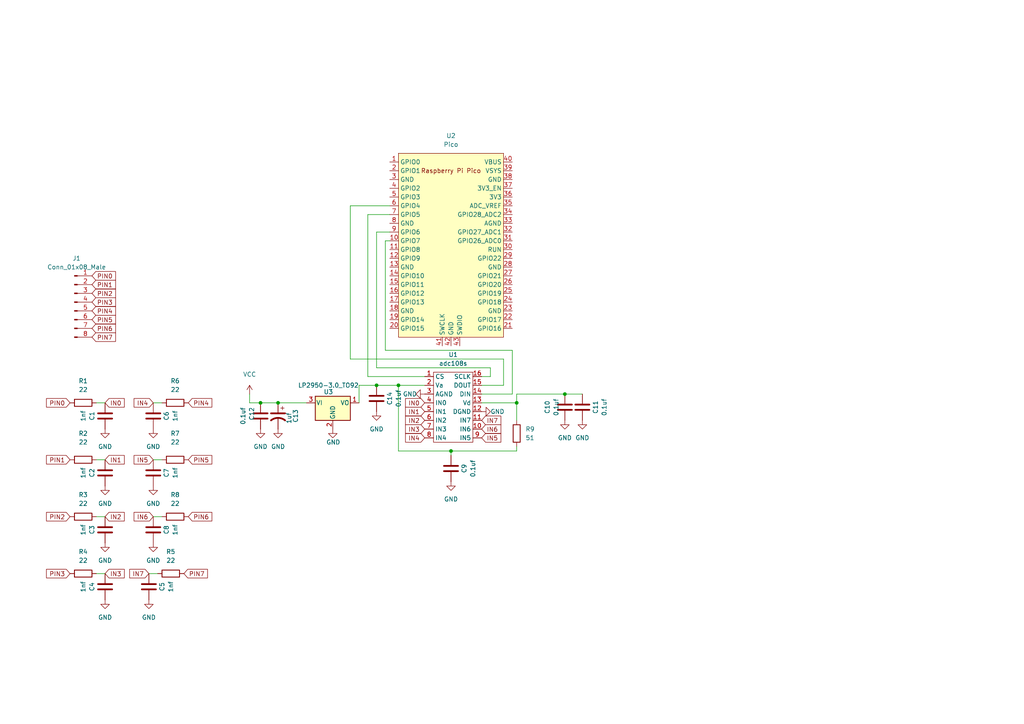
<source format=kicad_sch>
(kicad_sch (version 20230121) (generator eeschema)

  (uuid 16dde354-ace4-4b4f-8de0-4ab484c10863)

  (paper "A4")

  (lib_symbols
    (symbol "Connector:Conn_01x08_Male" (pin_names (offset 1.016) hide) (in_bom yes) (on_board yes)
      (property "Reference" "J" (at 0 10.16 0)
        (effects (font (size 1.27 1.27)))
      )
      (property "Value" "Conn_01x08_Male" (at 0 -12.7 0)
        (effects (font (size 1.27 1.27)))
      )
      (property "Footprint" "" (at 0 0 0)
        (effects (font (size 1.27 1.27)) hide)
      )
      (property "Datasheet" "~" (at 0 0 0)
        (effects (font (size 1.27 1.27)) hide)
      )
      (property "ki_keywords" "connector" (at 0 0 0)
        (effects (font (size 1.27 1.27)) hide)
      )
      (property "ki_description" "Generic connector, single row, 01x08, script generated (kicad-library-utils/schlib/autogen/connector/)" (at 0 0 0)
        (effects (font (size 1.27 1.27)) hide)
      )
      (property "ki_fp_filters" "Connector*:*_1x??_*" (at 0 0 0)
        (effects (font (size 1.27 1.27)) hide)
      )
      (symbol "Conn_01x08_Male_1_1"
        (polyline
          (pts
            (xy 1.27 -10.16)
            (xy 0.8636 -10.16)
          )
          (stroke (width 0.1524) (type default))
          (fill (type none))
        )
        (polyline
          (pts
            (xy 1.27 -7.62)
            (xy 0.8636 -7.62)
          )
          (stroke (width 0.1524) (type default))
          (fill (type none))
        )
        (polyline
          (pts
            (xy 1.27 -5.08)
            (xy 0.8636 -5.08)
          )
          (stroke (width 0.1524) (type default))
          (fill (type none))
        )
        (polyline
          (pts
            (xy 1.27 -2.54)
            (xy 0.8636 -2.54)
          )
          (stroke (width 0.1524) (type default))
          (fill (type none))
        )
        (polyline
          (pts
            (xy 1.27 0)
            (xy 0.8636 0)
          )
          (stroke (width 0.1524) (type default))
          (fill (type none))
        )
        (polyline
          (pts
            (xy 1.27 2.54)
            (xy 0.8636 2.54)
          )
          (stroke (width 0.1524) (type default))
          (fill (type none))
        )
        (polyline
          (pts
            (xy 1.27 5.08)
            (xy 0.8636 5.08)
          )
          (stroke (width 0.1524) (type default))
          (fill (type none))
        )
        (polyline
          (pts
            (xy 1.27 7.62)
            (xy 0.8636 7.62)
          )
          (stroke (width 0.1524) (type default))
          (fill (type none))
        )
        (rectangle (start 0.8636 -10.033) (end 0 -10.287)
          (stroke (width 0.1524) (type default))
          (fill (type outline))
        )
        (rectangle (start 0.8636 -7.493) (end 0 -7.747)
          (stroke (width 0.1524) (type default))
          (fill (type outline))
        )
        (rectangle (start 0.8636 -4.953) (end 0 -5.207)
          (stroke (width 0.1524) (type default))
          (fill (type outline))
        )
        (rectangle (start 0.8636 -2.413) (end 0 -2.667)
          (stroke (width 0.1524) (type default))
          (fill (type outline))
        )
        (rectangle (start 0.8636 0.127) (end 0 -0.127)
          (stroke (width 0.1524) (type default))
          (fill (type outline))
        )
        (rectangle (start 0.8636 2.667) (end 0 2.413)
          (stroke (width 0.1524) (type default))
          (fill (type outline))
        )
        (rectangle (start 0.8636 5.207) (end 0 4.953)
          (stroke (width 0.1524) (type default))
          (fill (type outline))
        )
        (rectangle (start 0.8636 7.747) (end 0 7.493)
          (stroke (width 0.1524) (type default))
          (fill (type outline))
        )
        (pin passive line (at 5.08 7.62 180) (length 3.81)
          (name "Pin_1" (effects (font (size 1.27 1.27))))
          (number "1" (effects (font (size 1.27 1.27))))
        )
        (pin passive line (at 5.08 5.08 180) (length 3.81)
          (name "Pin_2" (effects (font (size 1.27 1.27))))
          (number "2" (effects (font (size 1.27 1.27))))
        )
        (pin passive line (at 5.08 2.54 180) (length 3.81)
          (name "Pin_3" (effects (font (size 1.27 1.27))))
          (number "3" (effects (font (size 1.27 1.27))))
        )
        (pin passive line (at 5.08 0 180) (length 3.81)
          (name "Pin_4" (effects (font (size 1.27 1.27))))
          (number "4" (effects (font (size 1.27 1.27))))
        )
        (pin passive line (at 5.08 -2.54 180) (length 3.81)
          (name "Pin_5" (effects (font (size 1.27 1.27))))
          (number "5" (effects (font (size 1.27 1.27))))
        )
        (pin passive line (at 5.08 -5.08 180) (length 3.81)
          (name "Pin_6" (effects (font (size 1.27 1.27))))
          (number "6" (effects (font (size 1.27 1.27))))
        )
        (pin passive line (at 5.08 -7.62 180) (length 3.81)
          (name "Pin_7" (effects (font (size 1.27 1.27))))
          (number "7" (effects (font (size 1.27 1.27))))
        )
        (pin passive line (at 5.08 -10.16 180) (length 3.81)
          (name "Pin_8" (effects (font (size 1.27 1.27))))
          (number "8" (effects (font (size 1.27 1.27))))
        )
      )
    )
    (symbol "Device:C" (pin_numbers hide) (pin_names (offset 0.254)) (in_bom yes) (on_board yes)
      (property "Reference" "C" (at 0.635 2.54 0)
        (effects (font (size 1.27 1.27)) (justify left))
      )
      (property "Value" "C" (at 0.635 -2.54 0)
        (effects (font (size 1.27 1.27)) (justify left))
      )
      (property "Footprint" "" (at 0.9652 -3.81 0)
        (effects (font (size 1.27 1.27)) hide)
      )
      (property "Datasheet" "~" (at 0 0 0)
        (effects (font (size 1.27 1.27)) hide)
      )
      (property "ki_keywords" "cap capacitor" (at 0 0 0)
        (effects (font (size 1.27 1.27)) hide)
      )
      (property "ki_description" "Unpolarized capacitor" (at 0 0 0)
        (effects (font (size 1.27 1.27)) hide)
      )
      (property "ki_fp_filters" "C_*" (at 0 0 0)
        (effects (font (size 1.27 1.27)) hide)
      )
      (symbol "C_0_1"
        (polyline
          (pts
            (xy -2.032 -0.762)
            (xy 2.032 -0.762)
          )
          (stroke (width 0.508) (type default))
          (fill (type none))
        )
        (polyline
          (pts
            (xy -2.032 0.762)
            (xy 2.032 0.762)
          )
          (stroke (width 0.508) (type default))
          (fill (type none))
        )
      )
      (symbol "C_1_1"
        (pin passive line (at 0 3.81 270) (length 2.794)
          (name "~" (effects (font (size 1.27 1.27))))
          (number "1" (effects (font (size 1.27 1.27))))
        )
        (pin passive line (at 0 -3.81 90) (length 2.794)
          (name "~" (effects (font (size 1.27 1.27))))
          (number "2" (effects (font (size 1.27 1.27))))
        )
      )
    )
    (symbol "Device:C_Polarized_US" (pin_numbers hide) (pin_names (offset 0.254) hide) (in_bom yes) (on_board yes)
      (property "Reference" "C" (at 0.635 2.54 0)
        (effects (font (size 1.27 1.27)) (justify left))
      )
      (property "Value" "C_Polarized_US" (at 0.635 -2.54 0)
        (effects (font (size 1.27 1.27)) (justify left))
      )
      (property "Footprint" "" (at 0 0 0)
        (effects (font (size 1.27 1.27)) hide)
      )
      (property "Datasheet" "~" (at 0 0 0)
        (effects (font (size 1.27 1.27)) hide)
      )
      (property "ki_keywords" "cap capacitor" (at 0 0 0)
        (effects (font (size 1.27 1.27)) hide)
      )
      (property "ki_description" "Polarized capacitor, US symbol" (at 0 0 0)
        (effects (font (size 1.27 1.27)) hide)
      )
      (property "ki_fp_filters" "CP_*" (at 0 0 0)
        (effects (font (size 1.27 1.27)) hide)
      )
      (symbol "C_Polarized_US_0_1"
        (polyline
          (pts
            (xy -2.032 0.762)
            (xy 2.032 0.762)
          )
          (stroke (width 0.508) (type default))
          (fill (type none))
        )
        (polyline
          (pts
            (xy -1.778 2.286)
            (xy -0.762 2.286)
          )
          (stroke (width 0) (type default))
          (fill (type none))
        )
        (polyline
          (pts
            (xy -1.27 1.778)
            (xy -1.27 2.794)
          )
          (stroke (width 0) (type default))
          (fill (type none))
        )
        (arc (start 2.032 -1.27) (mid 0 -0.5572) (end -2.032 -1.27)
          (stroke (width 0.508) (type default))
          (fill (type none))
        )
      )
      (symbol "C_Polarized_US_1_1"
        (pin passive line (at 0 3.81 270) (length 2.794)
          (name "~" (effects (font (size 1.27 1.27))))
          (number "1" (effects (font (size 1.27 1.27))))
        )
        (pin passive line (at 0 -3.81 90) (length 3.302)
          (name "~" (effects (font (size 1.27 1.27))))
          (number "2" (effects (font (size 1.27 1.27))))
        )
      )
    )
    (symbol "Device:R" (pin_numbers hide) (pin_names (offset 0)) (in_bom yes) (on_board yes)
      (property "Reference" "R" (at 2.032 0 90)
        (effects (font (size 1.27 1.27)))
      )
      (property "Value" "R" (at 0 0 90)
        (effects (font (size 1.27 1.27)))
      )
      (property "Footprint" "" (at -1.778 0 90)
        (effects (font (size 1.27 1.27)) hide)
      )
      (property "Datasheet" "~" (at 0 0 0)
        (effects (font (size 1.27 1.27)) hide)
      )
      (property "ki_keywords" "R res resistor" (at 0 0 0)
        (effects (font (size 1.27 1.27)) hide)
      )
      (property "ki_description" "Resistor" (at 0 0 0)
        (effects (font (size 1.27 1.27)) hide)
      )
      (property "ki_fp_filters" "R_*" (at 0 0 0)
        (effects (font (size 1.27 1.27)) hide)
      )
      (symbol "R_0_1"
        (rectangle (start -1.016 -2.54) (end 1.016 2.54)
          (stroke (width 0.254) (type default))
          (fill (type none))
        )
      )
      (symbol "R_1_1"
        (pin passive line (at 0 3.81 270) (length 1.27)
          (name "~" (effects (font (size 1.27 1.27))))
          (number "1" (effects (font (size 1.27 1.27))))
        )
        (pin passive line (at 0 -3.81 90) (length 1.27)
          (name "~" (effects (font (size 1.27 1.27))))
          (number "2" (effects (font (size 1.27 1.27))))
        )
      )
    )
    (symbol "MCU_RaspberryPi_and_Boards:Pico" (in_bom yes) (on_board yes)
      (property "Reference" "U" (at -13.97 27.94 0)
        (effects (font (size 1.27 1.27)))
      )
      (property "Value" "Pico" (at 0 19.05 0)
        (effects (font (size 1.27 1.27)))
      )
      (property "Footprint" "RPi_Pico:RPi_Pico_SMD_TH" (at 0 0 90)
        (effects (font (size 1.27 1.27)) hide)
      )
      (property "Datasheet" "" (at 0 0 0)
        (effects (font (size 1.27 1.27)) hide)
      )
      (symbol "Pico_0_0"
        (text "Raspberry Pi Pico" (at 0 21.59 0)
          (effects (font (size 1.27 1.27)))
        )
      )
      (symbol "Pico_0_1"
        (rectangle (start -15.24 26.67) (end 15.24 -26.67)
          (stroke (width 0) (type default))
          (fill (type background))
        )
      )
      (symbol "Pico_1_1"
        (pin bidirectional line (at -17.78 24.13 0) (length 2.54)
          (name "GPIO0" (effects (font (size 1.27 1.27))))
          (number "1" (effects (font (size 1.27 1.27))))
        )
        (pin bidirectional line (at -17.78 1.27 0) (length 2.54)
          (name "GPIO7" (effects (font (size 1.27 1.27))))
          (number "10" (effects (font (size 1.27 1.27))))
        )
        (pin bidirectional line (at -17.78 -1.27 0) (length 2.54)
          (name "GPIO8" (effects (font (size 1.27 1.27))))
          (number "11" (effects (font (size 1.27 1.27))))
        )
        (pin bidirectional line (at -17.78 -3.81 0) (length 2.54)
          (name "GPIO9" (effects (font (size 1.27 1.27))))
          (number "12" (effects (font (size 1.27 1.27))))
        )
        (pin power_in line (at -17.78 -6.35 0) (length 2.54)
          (name "GND" (effects (font (size 1.27 1.27))))
          (number "13" (effects (font (size 1.27 1.27))))
        )
        (pin bidirectional line (at -17.78 -8.89 0) (length 2.54)
          (name "GPIO10" (effects (font (size 1.27 1.27))))
          (number "14" (effects (font (size 1.27 1.27))))
        )
        (pin bidirectional line (at -17.78 -11.43 0) (length 2.54)
          (name "GPIO11" (effects (font (size 1.27 1.27))))
          (number "15" (effects (font (size 1.27 1.27))))
        )
        (pin bidirectional line (at -17.78 -13.97 0) (length 2.54)
          (name "GPIO12" (effects (font (size 1.27 1.27))))
          (number "16" (effects (font (size 1.27 1.27))))
        )
        (pin bidirectional line (at -17.78 -16.51 0) (length 2.54)
          (name "GPIO13" (effects (font (size 1.27 1.27))))
          (number "17" (effects (font (size 1.27 1.27))))
        )
        (pin power_in line (at -17.78 -19.05 0) (length 2.54)
          (name "GND" (effects (font (size 1.27 1.27))))
          (number "18" (effects (font (size 1.27 1.27))))
        )
        (pin bidirectional line (at -17.78 -21.59 0) (length 2.54)
          (name "GPIO14" (effects (font (size 1.27 1.27))))
          (number "19" (effects (font (size 1.27 1.27))))
        )
        (pin bidirectional line (at -17.78 21.59 0) (length 2.54)
          (name "GPIO1" (effects (font (size 1.27 1.27))))
          (number "2" (effects (font (size 1.27 1.27))))
        )
        (pin bidirectional line (at -17.78 -24.13 0) (length 2.54)
          (name "GPIO15" (effects (font (size 1.27 1.27))))
          (number "20" (effects (font (size 1.27 1.27))))
        )
        (pin bidirectional line (at 17.78 -24.13 180) (length 2.54)
          (name "GPIO16" (effects (font (size 1.27 1.27))))
          (number "21" (effects (font (size 1.27 1.27))))
        )
        (pin bidirectional line (at 17.78 -21.59 180) (length 2.54)
          (name "GPIO17" (effects (font (size 1.27 1.27))))
          (number "22" (effects (font (size 1.27 1.27))))
        )
        (pin power_in line (at 17.78 -19.05 180) (length 2.54)
          (name "GND" (effects (font (size 1.27 1.27))))
          (number "23" (effects (font (size 1.27 1.27))))
        )
        (pin bidirectional line (at 17.78 -16.51 180) (length 2.54)
          (name "GPIO18" (effects (font (size 1.27 1.27))))
          (number "24" (effects (font (size 1.27 1.27))))
        )
        (pin bidirectional line (at 17.78 -13.97 180) (length 2.54)
          (name "GPIO19" (effects (font (size 1.27 1.27))))
          (number "25" (effects (font (size 1.27 1.27))))
        )
        (pin bidirectional line (at 17.78 -11.43 180) (length 2.54)
          (name "GPIO20" (effects (font (size 1.27 1.27))))
          (number "26" (effects (font (size 1.27 1.27))))
        )
        (pin bidirectional line (at 17.78 -8.89 180) (length 2.54)
          (name "GPIO21" (effects (font (size 1.27 1.27))))
          (number "27" (effects (font (size 1.27 1.27))))
        )
        (pin power_in line (at 17.78 -6.35 180) (length 2.54)
          (name "GND" (effects (font (size 1.27 1.27))))
          (number "28" (effects (font (size 1.27 1.27))))
        )
        (pin bidirectional line (at 17.78 -3.81 180) (length 2.54)
          (name "GPIO22" (effects (font (size 1.27 1.27))))
          (number "29" (effects (font (size 1.27 1.27))))
        )
        (pin power_in line (at -17.78 19.05 0) (length 2.54)
          (name "GND" (effects (font (size 1.27 1.27))))
          (number "3" (effects (font (size 1.27 1.27))))
        )
        (pin input line (at 17.78 -1.27 180) (length 2.54)
          (name "RUN" (effects (font (size 1.27 1.27))))
          (number "30" (effects (font (size 1.27 1.27))))
        )
        (pin bidirectional line (at 17.78 1.27 180) (length 2.54)
          (name "GPIO26_ADC0" (effects (font (size 1.27 1.27))))
          (number "31" (effects (font (size 1.27 1.27))))
        )
        (pin bidirectional line (at 17.78 3.81 180) (length 2.54)
          (name "GPIO27_ADC1" (effects (font (size 1.27 1.27))))
          (number "32" (effects (font (size 1.27 1.27))))
        )
        (pin power_in line (at 17.78 6.35 180) (length 2.54)
          (name "AGND" (effects (font (size 1.27 1.27))))
          (number "33" (effects (font (size 1.27 1.27))))
        )
        (pin bidirectional line (at 17.78 8.89 180) (length 2.54)
          (name "GPIO28_ADC2" (effects (font (size 1.27 1.27))))
          (number "34" (effects (font (size 1.27 1.27))))
        )
        (pin power_in line (at 17.78 11.43 180) (length 2.54)
          (name "ADC_VREF" (effects (font (size 1.27 1.27))))
          (number "35" (effects (font (size 1.27 1.27))))
        )
        (pin power_in line (at 17.78 13.97 180) (length 2.54)
          (name "3V3" (effects (font (size 1.27 1.27))))
          (number "36" (effects (font (size 1.27 1.27))))
        )
        (pin input line (at 17.78 16.51 180) (length 2.54)
          (name "3V3_EN" (effects (font (size 1.27 1.27))))
          (number "37" (effects (font (size 1.27 1.27))))
        )
        (pin bidirectional line (at 17.78 19.05 180) (length 2.54)
          (name "GND" (effects (font (size 1.27 1.27))))
          (number "38" (effects (font (size 1.27 1.27))))
        )
        (pin power_in line (at 17.78 21.59 180) (length 2.54)
          (name "VSYS" (effects (font (size 1.27 1.27))))
          (number "39" (effects (font (size 1.27 1.27))))
        )
        (pin bidirectional line (at -17.78 16.51 0) (length 2.54)
          (name "GPIO2" (effects (font (size 1.27 1.27))))
          (number "4" (effects (font (size 1.27 1.27))))
        )
        (pin power_in line (at 17.78 24.13 180) (length 2.54)
          (name "VBUS" (effects (font (size 1.27 1.27))))
          (number "40" (effects (font (size 1.27 1.27))))
        )
        (pin input line (at -2.54 -29.21 90) (length 2.54)
          (name "SWCLK" (effects (font (size 1.27 1.27))))
          (number "41" (effects (font (size 1.27 1.27))))
        )
        (pin power_in line (at 0 -29.21 90) (length 2.54)
          (name "GND" (effects (font (size 1.27 1.27))))
          (number "42" (effects (font (size 1.27 1.27))))
        )
        (pin bidirectional line (at 2.54 -29.21 90) (length 2.54)
          (name "SWDIO" (effects (font (size 1.27 1.27))))
          (number "43" (effects (font (size 1.27 1.27))))
        )
        (pin bidirectional line (at -17.78 13.97 0) (length 2.54)
          (name "GPIO3" (effects (font (size 1.27 1.27))))
          (number "5" (effects (font (size 1.27 1.27))))
        )
        (pin bidirectional line (at -17.78 11.43 0) (length 2.54)
          (name "GPIO4" (effects (font (size 1.27 1.27))))
          (number "6" (effects (font (size 1.27 1.27))))
        )
        (pin bidirectional line (at -17.78 8.89 0) (length 2.54)
          (name "GPIO5" (effects (font (size 1.27 1.27))))
          (number "7" (effects (font (size 1.27 1.27))))
        )
        (pin power_in line (at -17.78 6.35 0) (length 2.54)
          (name "GND" (effects (font (size 1.27 1.27))))
          (number "8" (effects (font (size 1.27 1.27))))
        )
        (pin bidirectional line (at -17.78 3.81 0) (length 2.54)
          (name "GPIO6" (effects (font (size 1.27 1.27))))
          (number "9" (effects (font (size 1.27 1.27))))
        )
      )
    )
    (symbol "Regulator_Linear:LP2950-3.0_TO92" (pin_names (offset 0.254)) (in_bom yes) (on_board yes)
      (property "Reference" "U" (at -3.81 3.175 0)
        (effects (font (size 1.27 1.27)))
      )
      (property "Value" "LP2950-3.0_TO92" (at 0 3.175 0)
        (effects (font (size 1.27 1.27)) (justify left))
      )
      (property "Footprint" "Package_TO_SOT_THT:TO-92_Inline" (at 0 5.715 0)
        (effects (font (size 1.27 1.27) italic) hide)
      )
      (property "Datasheet" "http://www.ti.com/lit/ds/symlink/lp2950.pdf" (at 0 -1.27 0)
        (effects (font (size 1.27 1.27)) hide)
      )
      (property "ki_keywords" "Micropower Voltage Regulator 100mA Positive" (at 0 0 0)
        (effects (font (size 1.27 1.27)) hide)
      )
      (property "ki_description" "Positive 100mA 30V Linear Micropower Voltage Regulator, Fixed Output 3.0V, TO-92" (at 0 0 0)
        (effects (font (size 1.27 1.27)) hide)
      )
      (property "ki_fp_filters" "TO?92*" (at 0 0 0)
        (effects (font (size 1.27 1.27)) hide)
      )
      (symbol "LP2950-3.0_TO92_0_1"
        (rectangle (start -5.08 -5.08) (end 5.08 1.905)
          (stroke (width 0.254) (type default))
          (fill (type background))
        )
      )
      (symbol "LP2950-3.0_TO92_1_1"
        (pin power_out line (at 7.62 0 180) (length 2.54)
          (name "VO" (effects (font (size 1.27 1.27))))
          (number "1" (effects (font (size 1.27 1.27))))
        )
        (pin power_in line (at 0 -7.62 90) (length 2.54)
          (name "GND" (effects (font (size 1.27 1.27))))
          (number "2" (effects (font (size 1.27 1.27))))
        )
        (pin power_in line (at -7.62 0 0) (length 2.54)
          (name "VI" (effects (font (size 1.27 1.27))))
          (number "3" (effects (font (size 1.27 1.27))))
        )
      )
    )
    (symbol "adc108s:adc108s" (in_bom yes) (on_board yes)
      (property "Reference" "U" (at 2.54 -1.27 0)
        (effects (font (size 1.27 1.27)))
      )
      (property "Value" "adc108s" (at 3.81 -24.13 0)
        (effects (font (size 1.27 1.27)))
      )
      (property "Footprint" "" (at 0 0 0)
        (effects (font (size 1.27 1.27)) hide)
      )
      (property "Datasheet" "" (at 0 0 0)
        (effects (font (size 1.27 1.27)) hide)
      )
      (symbol "adc108s_0_1"
        (rectangle (start -2.54 -2.54) (end 8.89 -22.86)
          (stroke (width 0) (type default))
          (fill (type none))
        )
      )
      (symbol "adc108s_1_1"
        (pin unspecified line (at -5.08 -3.81 0) (length 2.54)
          (name "CS" (effects (font (size 1.27 1.27))))
          (number "1" (effects (font (size 1.27 1.27))))
        )
        (pin unspecified line (at 11.43 -19.05 180) (length 2.54)
          (name "IN6" (effects (font (size 1.27 1.27))))
          (number "10" (effects (font (size 1.27 1.27))))
        )
        (pin unspecified line (at 11.43 -16.51 180) (length 2.54)
          (name "IN7" (effects (font (size 1.27 1.27))))
          (number "11" (effects (font (size 1.27 1.27))))
        )
        (pin unspecified line (at 11.43 -13.97 180) (length 2.54)
          (name "DGND" (effects (font (size 1.27 1.27))))
          (number "12" (effects (font (size 1.27 1.27))))
        )
        (pin unspecified line (at 11.43 -11.43 180) (length 2.54)
          (name "Vd" (effects (font (size 1.27 1.27))))
          (number "13" (effects (font (size 1.27 1.27))))
        )
        (pin unspecified line (at 11.43 -8.89 180) (length 2.54)
          (name "DIN" (effects (font (size 1.27 1.27))))
          (number "14" (effects (font (size 1.27 1.27))))
        )
        (pin unspecified line (at 11.43 -6.35 180) (length 2.54)
          (name "DOUT" (effects (font (size 1.27 1.27))))
          (number "15" (effects (font (size 1.27 1.27))))
        )
        (pin unspecified line (at 11.43 -3.81 180) (length 2.54)
          (name "SCLK" (effects (font (size 1.27 1.27))))
          (number "16" (effects (font (size 1.27 1.27))))
        )
        (pin unspecified line (at -5.08 -6.35 0) (length 2.54)
          (name "Va" (effects (font (size 1.27 1.27))))
          (number "2" (effects (font (size 1.27 1.27))))
        )
        (pin unspecified line (at -5.08 -8.89 0) (length 2.54)
          (name "AGND" (effects (font (size 1.27 1.27))))
          (number "3" (effects (font (size 1.27 1.27))))
        )
        (pin unspecified line (at -5.08 -11.43 0) (length 2.54)
          (name "IN0" (effects (font (size 1.27 1.27))))
          (number "4" (effects (font (size 1.27 1.27))))
        )
        (pin unspecified line (at -5.08 -13.97 0) (length 2.54)
          (name "IN1" (effects (font (size 1.27 1.27))))
          (number "5" (effects (font (size 1.27 1.27))))
        )
        (pin unspecified line (at -5.08 -16.51 0) (length 2.54)
          (name "IN2" (effects (font (size 1.27 1.27))))
          (number "6" (effects (font (size 1.27 1.27))))
        )
        (pin unspecified line (at -5.08 -19.05 0) (length 2.54)
          (name "IN3" (effects (font (size 1.27 1.27))))
          (number "7" (effects (font (size 1.27 1.27))))
        )
        (pin unspecified line (at -5.08 -21.59 0) (length 2.54)
          (name "IN4" (effects (font (size 1.27 1.27))))
          (number "8" (effects (font (size 1.27 1.27))))
        )
        (pin unspecified line (at 11.43 -21.59 180) (length 2.54)
          (name "IN5" (effects (font (size 1.27 1.27))))
          (number "9" (effects (font (size 1.27 1.27))))
        )
      )
    )
    (symbol "power:GND" (power) (pin_names (offset 0)) (in_bom yes) (on_board yes)
      (property "Reference" "#PWR" (at 0 -6.35 0)
        (effects (font (size 1.27 1.27)) hide)
      )
      (property "Value" "GND" (at 0 -3.81 0)
        (effects (font (size 1.27 1.27)))
      )
      (property "Footprint" "" (at 0 0 0)
        (effects (font (size 1.27 1.27)) hide)
      )
      (property "Datasheet" "" (at 0 0 0)
        (effects (font (size 1.27 1.27)) hide)
      )
      (property "ki_keywords" "power-flag" (at 0 0 0)
        (effects (font (size 1.27 1.27)) hide)
      )
      (property "ki_description" "Power symbol creates a global label with name \"GND\" , ground" (at 0 0 0)
        (effects (font (size 1.27 1.27)) hide)
      )
      (symbol "GND_0_1"
        (polyline
          (pts
            (xy 0 0)
            (xy 0 -1.27)
            (xy 1.27 -1.27)
            (xy 0 -2.54)
            (xy -1.27 -1.27)
            (xy 0 -1.27)
          )
          (stroke (width 0) (type default))
          (fill (type none))
        )
      )
      (symbol "GND_1_1"
        (pin power_in line (at 0 0 270) (length 0) hide
          (name "GND" (effects (font (size 1.27 1.27))))
          (number "1" (effects (font (size 1.27 1.27))))
        )
      )
    )
    (symbol "power:VCC" (power) (pin_names (offset 0)) (in_bom yes) (on_board yes)
      (property "Reference" "#PWR" (at 0 -3.81 0)
        (effects (font (size 1.27 1.27)) hide)
      )
      (property "Value" "VCC" (at 0 3.81 0)
        (effects (font (size 1.27 1.27)))
      )
      (property "Footprint" "" (at 0 0 0)
        (effects (font (size 1.27 1.27)) hide)
      )
      (property "Datasheet" "" (at 0 0 0)
        (effects (font (size 1.27 1.27)) hide)
      )
      (property "ki_keywords" "power-flag" (at 0 0 0)
        (effects (font (size 1.27 1.27)) hide)
      )
      (property "ki_description" "Power symbol creates a global label with name \"VCC\"" (at 0 0 0)
        (effects (font (size 1.27 1.27)) hide)
      )
      (symbol "VCC_0_1"
        (polyline
          (pts
            (xy -0.762 1.27)
            (xy 0 2.54)
          )
          (stroke (width 0) (type default))
          (fill (type none))
        )
        (polyline
          (pts
            (xy 0 0)
            (xy 0 2.54)
          )
          (stroke (width 0) (type default))
          (fill (type none))
        )
        (polyline
          (pts
            (xy 0 2.54)
            (xy 0.762 1.27)
          )
          (stroke (width 0) (type default))
          (fill (type none))
        )
      )
      (symbol "VCC_1_1"
        (pin power_in line (at 0 0 90) (length 0) hide
          (name "VCC" (effects (font (size 1.27 1.27))))
          (number "1" (effects (font (size 1.27 1.27))))
        )
      )
    )
  )

  (junction (at 163.83 114.3) (diameter 0) (color 0 0 0 0)
    (uuid 0d810b14-f2a3-42e1-a5bc-d8b98846219d)
  )
  (junction (at 109.22 111.76) (diameter 0) (color 0 0 0 0)
    (uuid 1adf4895-350c-4b22-b05f-29412d62e290)
  )
  (junction (at 149.86 116.84) (diameter 0) (color 0 0 0 0)
    (uuid 2ca8b352-8b8e-47d0-8e16-4bae52e61aa2)
  )
  (junction (at 115.57 111.76) (diameter 0) (color 0 0 0 0)
    (uuid 78941ee1-223a-4a17-b273-79fe27deffa3)
  )
  (junction (at 75.565 116.84) (diameter 0) (color 0 0 0 0)
    (uuid 88d7d566-ebc9-4a95-953e-97cba026fdf8)
  )
  (junction (at 130.81 130.81) (diameter 0) (color 0 0 0 0)
    (uuid bbc98807-faf0-43c1-b80c-ee09ae034d6b)
  )
  (junction (at 80.645 116.84) (diameter 0) (color 0 0 0 0)
    (uuid cc29dbe8-6ffb-4d65-abc2-d0d68f3dc4ee)
  )

  (wire (pts (xy 104.14 111.76) (xy 104.14 116.84))
    (stroke (width 0) (type default))
    (uuid 0280cb6d-ae57-4a91-ba5e-3e322f8a670e)
  )
  (wire (pts (xy 115.57 111.76) (xy 123.19 111.76))
    (stroke (width 0) (type default))
    (uuid 0d8056c2-280d-4285-9358-f580a8cade14)
  )
  (wire (pts (xy 113.03 62.23) (xy 106.68 62.23))
    (stroke (width 0) (type default))
    (uuid 1575688f-5b2a-47dd-826c-1ea4fee334b8)
  )
  (wire (pts (xy 109.22 111.76) (xy 104.14 111.76))
    (stroke (width 0) (type default))
    (uuid 17b395a9-f77e-452c-8b26-989996eea79f)
  )
  (wire (pts (xy 115.57 130.81) (xy 130.81 130.81))
    (stroke (width 0) (type default))
    (uuid 1e030ded-82f0-4925-b9fd-7873e69dfd01)
  )
  (wire (pts (xy 46.99 116.84) (xy 44.45 116.84))
    (stroke (width 0) (type default))
    (uuid 23984540-bf56-47e0-a09c-9150b7980372)
  )
  (wire (pts (xy 27.94 116.84) (xy 30.48 116.84))
    (stroke (width 0) (type default))
    (uuid 2676feaf-9e03-4cbf-a59a-3e83cc8e4146)
  )
  (wire (pts (xy 115.57 111.76) (xy 109.22 111.76))
    (stroke (width 0) (type default))
    (uuid 273f93d5-fc06-4714-a9c9-0811e05c352c)
  )
  (wire (pts (xy 46.99 133.35) (xy 44.45 133.35))
    (stroke (width 0) (type default))
    (uuid 280901f1-2838-4afa-bc7b-76fcebed1380)
  )
  (wire (pts (xy 27.94 133.35) (xy 30.48 133.35))
    (stroke (width 0) (type default))
    (uuid 2916a2de-c356-4aed-9dc6-e6ad2e6e3a3f)
  )
  (wire (pts (xy 113.03 69.85) (xy 111.76 69.85))
    (stroke (width 0) (type default))
    (uuid 41724478-852a-4355-b5f2-4cfe423ec4ec)
  )
  (wire (pts (xy 139.7 111.76) (xy 146.05 111.76))
    (stroke (width 0) (type default))
    (uuid 45441a38-5b68-44e5-b488-d65251236a62)
  )
  (wire (pts (xy 101.6 59.69) (xy 101.6 104.14))
    (stroke (width 0) (type default))
    (uuid 47e613b7-9e75-4b22-907c-d7e15b52ae90)
  )
  (wire (pts (xy 149.86 116.84) (xy 149.86 121.92))
    (stroke (width 0) (type default))
    (uuid 52f092f8-6376-4057-97e7-553d4e4e7f20)
  )
  (wire (pts (xy 149.86 116.84) (xy 149.86 114.3))
    (stroke (width 0) (type default))
    (uuid 5cb92cd1-25c9-4e01-9381-5e862bf554de)
  )
  (wire (pts (xy 130.81 130.81) (xy 130.81 132.08))
    (stroke (width 0) (type default))
    (uuid 67b24dbc-92a9-4156-81ed-af4e1d406570)
  )
  (wire (pts (xy 109.22 106.68) (xy 109.22 67.31))
    (stroke (width 0) (type default))
    (uuid 6886c1c6-376d-4f50-8806-c90728d65594)
  )
  (wire (pts (xy 72.39 116.84) (xy 72.39 114.3))
    (stroke (width 0) (type default))
    (uuid 69423258-6b13-473e-9c89-a4eb684d7cec)
  )
  (wire (pts (xy 139.7 109.22) (xy 142.24 109.22))
    (stroke (width 0) (type default))
    (uuid 71288cd1-0aca-4afe-8473-0b04ff4ced78)
  )
  (wire (pts (xy 88.9 116.84) (xy 80.645 116.84))
    (stroke (width 0) (type default))
    (uuid 7900cc22-464a-4468-a36f-55a2d0e12f0f)
  )
  (wire (pts (xy 130.81 130.81) (xy 149.86 130.81))
    (stroke (width 0) (type default))
    (uuid 7a56d655-3cd0-4153-965b-8684cd25cc2f)
  )
  (wire (pts (xy 46.99 149.86) (xy 44.45 149.86))
    (stroke (width 0) (type default))
    (uuid 84e9e488-e585-48aa-b41b-d002bc70dde5)
  )
  (wire (pts (xy 106.68 62.23) (xy 106.68 109.22))
    (stroke (width 0) (type default))
    (uuid 8531dda4-cf89-4318-8639-2a5f64780df0)
  )
  (wire (pts (xy 27.94 149.86) (xy 30.48 149.86))
    (stroke (width 0) (type default))
    (uuid 8cef1700-3fe3-48a8-9bad-331987d85a60)
  )
  (wire (pts (xy 109.22 67.31) (xy 113.03 67.31))
    (stroke (width 0) (type default))
    (uuid 8d111321-1a21-4c38-9b41-c7be0e934d83)
  )
  (wire (pts (xy 45.72 166.37) (xy 43.18 166.37))
    (stroke (width 0) (type default))
    (uuid 8fe8ce1b-f129-43b7-a0bb-59713c479f3e)
  )
  (wire (pts (xy 111.76 69.85) (xy 111.76 101.6))
    (stroke (width 0) (type default))
    (uuid 90fc0b49-ac78-49b9-8546-ed404af12674)
  )
  (wire (pts (xy 27.94 166.37) (xy 30.48 166.37))
    (stroke (width 0) (type default))
    (uuid 9317764e-154e-4e92-8bbe-ba68eb397177)
  )
  (wire (pts (xy 113.03 59.69) (xy 101.6 59.69))
    (stroke (width 0) (type default))
    (uuid 93f8d575-3625-4615-9976-eb1248f0dd06)
  )
  (wire (pts (xy 139.7 114.3) (xy 148.59 114.3))
    (stroke (width 0) (type default))
    (uuid 97f8c90d-55f8-4454-b123-f2861b85f9cf)
  )
  (wire (pts (xy 149.86 114.3) (xy 163.83 114.3))
    (stroke (width 0) (type default))
    (uuid a2460f7b-bb12-4e16-bc3d-700a08bde9de)
  )
  (wire (pts (xy 139.7 116.84) (xy 149.86 116.84))
    (stroke (width 0) (type default))
    (uuid a3520253-d550-48ab-a4f6-ace033d82d78)
  )
  (wire (pts (xy 142.24 109.22) (xy 142.24 106.68))
    (stroke (width 0) (type default))
    (uuid beb65061-a4e6-42a2-b332-8beb8db5f300)
  )
  (wire (pts (xy 146.05 111.76) (xy 146.05 104.14))
    (stroke (width 0) (type default))
    (uuid c32a8a61-c425-4ef9-9d65-44c15f6510aa)
  )
  (wire (pts (xy 163.83 114.3) (xy 168.91 114.3))
    (stroke (width 0) (type default))
    (uuid c580d6f8-bd14-46be-b95d-7609cb7ea748)
  )
  (wire (pts (xy 106.68 109.22) (xy 123.19 109.22))
    (stroke (width 0) (type default))
    (uuid d372e3f2-bcc7-401c-8b5b-9e14d1e91c4b)
  )
  (wire (pts (xy 148.59 114.3) (xy 148.59 101.6))
    (stroke (width 0) (type default))
    (uuid ddd1fea2-38ac-4a15-a6ef-fb57f1d10b4c)
  )
  (wire (pts (xy 80.645 116.84) (xy 75.565 116.84))
    (stroke (width 0) (type default))
    (uuid e76cd79d-ca20-4225-a5dd-425b3670d10d)
  )
  (wire (pts (xy 142.24 106.68) (xy 109.22 106.68))
    (stroke (width 0) (type default))
    (uuid eb7a7a3d-0aa1-4aa8-ad67-175378c729e5)
  )
  (wire (pts (xy 146.05 104.14) (xy 101.6 104.14))
    (stroke (width 0) (type default))
    (uuid ee15c665-0908-4ec5-a46f-93c4bec11cb2)
  )
  (wire (pts (xy 75.565 116.84) (xy 72.39 116.84))
    (stroke (width 0) (type default))
    (uuid ee32917d-b171-4b42-bd72-dfd2a369cf2e)
  )
  (wire (pts (xy 115.57 130.81) (xy 115.57 111.76))
    (stroke (width 0) (type default))
    (uuid f97fa20a-cdd9-44ee-b820-f492cbe4b8c2)
  )
  (wire (pts (xy 148.59 101.6) (xy 111.76 101.6))
    (stroke (width 0) (type default))
    (uuid fa82da44-502f-4be3-a183-0de8dae2e099)
  )
  (wire (pts (xy 149.86 129.54) (xy 149.86 130.81))
    (stroke (width 0) (type default))
    (uuid fab273b0-b072-4b88-ac54-47ee16a077b1)
  )

  (global_label "PIN6" (shape input) (at 26.67 95.25 0) (fields_autoplaced)
    (effects (font (size 1.27 1.27)) (justify left))
    (uuid 18d1e067-653a-42ba-9c0b-a985c865cb8f)
    (property "Intersheetrefs" "${INTERSHEET_REFS}" (at 33.4979 95.1706 0)
      (effects (font (size 1.27 1.27)) (justify left) hide)
    )
  )
  (global_label "PIN2" (shape input) (at 20.32 149.86 180) (fields_autoplaced)
    (effects (font (size 1.27 1.27)) (justify right))
    (uuid 18d98091-a1b3-41f0-a371-4ea0284a42a7)
    (property "Intersheetrefs" "${INTERSHEET_REFS}" (at 13.4921 149.7806 0)
      (effects (font (size 1.27 1.27)) (justify right) hide)
    )
  )
  (global_label "IN0" (shape input) (at 123.19 116.84 180) (fields_autoplaced)
    (effects (font (size 1.27 1.27)) (justify right))
    (uuid 1fca7676-0351-405b-baae-179c0f1419fc)
    (property "Intersheetrefs" "${INTERSHEET_REFS}" (at 117.6321 116.7606 0)
      (effects (font (size 1.27 1.27)) (justify right) hide)
    )
  )
  (global_label "IN4" (shape input) (at 123.19 127 180) (fields_autoplaced)
    (effects (font (size 1.27 1.27)) (justify right))
    (uuid 23e334ea-4ec7-40f7-bbe7-3a54c1313a6a)
    (property "Intersheetrefs" "${INTERSHEET_REFS}" (at 117.6321 126.9206 0)
      (effects (font (size 1.27 1.27)) (justify right) hide)
    )
  )
  (global_label "PIN3" (shape input) (at 26.67 87.63 0) (fields_autoplaced)
    (effects (font (size 1.27 1.27)) (justify left))
    (uuid 2ab88324-e4ab-4736-9d26-aee97c7ef2d5)
    (property "Intersheetrefs" "${INTERSHEET_REFS}" (at 33.4979 87.5506 0)
      (effects (font (size 1.27 1.27)) (justify left) hide)
    )
  )
  (global_label "IN3" (shape input) (at 123.19 124.46 180) (fields_autoplaced)
    (effects (font (size 1.27 1.27)) (justify right))
    (uuid 463e4357-8729-47f0-b69f-b1bf480825a8)
    (property "Intersheetrefs" "${INTERSHEET_REFS}" (at 117.6321 124.3806 0)
      (effects (font (size 1.27 1.27)) (justify right) hide)
    )
  )
  (global_label "IN4" (shape input) (at 44.45 116.84 180) (fields_autoplaced)
    (effects (font (size 1.27 1.27)) (justify right))
    (uuid 470216dd-6bdb-40b6-9ffc-0d37fb695573)
    (property "Intersheetrefs" "${INTERSHEET_REFS}" (at 38.8921 116.7606 0)
      (effects (font (size 1.27 1.27)) (justify right) hide)
    )
  )
  (global_label "IN1" (shape input) (at 30.48 133.35 0) (fields_autoplaced)
    (effects (font (size 1.27 1.27)) (justify left))
    (uuid 47b1d50a-3d6c-4636-96e4-6c0201dfe57a)
    (property "Intersheetrefs" "${INTERSHEET_REFS}" (at 36.0379 133.2706 0)
      (effects (font (size 1.27 1.27)) (justify left) hide)
    )
  )
  (global_label "IN6" (shape input) (at 139.7 124.46 0) (fields_autoplaced)
    (effects (font (size 1.27 1.27)) (justify left))
    (uuid 4ae72367-43fc-44ad-a903-de8d6e877c28)
    (property "Intersheetrefs" "${INTERSHEET_REFS}" (at 145.2579 124.3806 0)
      (effects (font (size 1.27 1.27)) (justify left) hide)
    )
  )
  (global_label "PIN4" (shape input) (at 26.67 90.17 0) (fields_autoplaced)
    (effects (font (size 1.27 1.27)) (justify left))
    (uuid 4d52945f-7b20-47bf-b6d0-3e64fbd4359f)
    (property "Intersheetrefs" "${INTERSHEET_REFS}" (at 33.4979 90.0906 0)
      (effects (font (size 1.27 1.27)) (justify left) hide)
    )
  )
  (global_label "PIN0" (shape input) (at 20.32 116.84 180) (fields_autoplaced)
    (effects (font (size 1.27 1.27)) (justify right))
    (uuid 519d14b8-6fe8-4cda-9d53-cdc3864d5c03)
    (property "Intersheetrefs" "${INTERSHEET_REFS}" (at 13.4921 116.7606 0)
      (effects (font (size 1.27 1.27)) (justify right) hide)
    )
  )
  (global_label "IN1" (shape input) (at 123.19 119.38 180) (fields_autoplaced)
    (effects (font (size 1.27 1.27)) (justify right))
    (uuid 5f021408-f7c0-4f48-af95-32b97b5fc431)
    (property "Intersheetrefs" "${INTERSHEET_REFS}" (at 117.6321 119.3006 0)
      (effects (font (size 1.27 1.27)) (justify right) hide)
    )
  )
  (global_label "IN7" (shape input) (at 43.18 166.37 180) (fields_autoplaced)
    (effects (font (size 1.27 1.27)) (justify right))
    (uuid 62234e1a-628b-4199-b2fd-3ff490c3c947)
    (property "Intersheetrefs" "${INTERSHEET_REFS}" (at 37.6221 166.2906 0)
      (effects (font (size 1.27 1.27)) (justify right) hide)
    )
  )
  (global_label "IN6" (shape input) (at 44.45 149.86 180) (fields_autoplaced)
    (effects (font (size 1.27 1.27)) (justify right))
    (uuid 65bf1831-1e23-453e-bdc0-6d736edc73b2)
    (property "Intersheetrefs" "${INTERSHEET_REFS}" (at 38.8921 149.7806 0)
      (effects (font (size 1.27 1.27)) (justify right) hide)
    )
  )
  (global_label "IN5" (shape input) (at 139.7 127 0) (fields_autoplaced)
    (effects (font (size 1.27 1.27)) (justify left))
    (uuid 7403ab9c-57b2-4f24-aa2c-a50488468c24)
    (property "Intersheetrefs" "${INTERSHEET_REFS}" (at 145.2579 126.9206 0)
      (effects (font (size 1.27 1.27)) (justify left) hide)
    )
  )
  (global_label "IN2" (shape input) (at 123.19 121.92 180) (fields_autoplaced)
    (effects (font (size 1.27 1.27)) (justify right))
    (uuid 797ce05c-a74d-410a-ac83-617544c7ec73)
    (property "Intersheetrefs" "${INTERSHEET_REFS}" (at 117.6321 121.8406 0)
      (effects (font (size 1.27 1.27)) (justify right) hide)
    )
  )
  (global_label "PIN4" (shape input) (at 54.61 116.84 0) (fields_autoplaced)
    (effects (font (size 1.27 1.27)) (justify left))
    (uuid 7e27b9e3-91ef-44ea-970f-5a4336489370)
    (property "Intersheetrefs" "${INTERSHEET_REFS}" (at 61.4379 116.7606 0)
      (effects (font (size 1.27 1.27)) (justify left) hide)
    )
  )
  (global_label "PIN7" (shape input) (at 26.67 97.79 0) (fields_autoplaced)
    (effects (font (size 1.27 1.27)) (justify left))
    (uuid 8b287813-abee-43ec-8997-e6fff964cf1d)
    (property "Intersheetrefs" "${INTERSHEET_REFS}" (at 33.4979 97.7106 0)
      (effects (font (size 1.27 1.27)) (justify left) hide)
    )
  )
  (global_label "PIN5" (shape input) (at 26.67 92.71 0) (fields_autoplaced)
    (effects (font (size 1.27 1.27)) (justify left))
    (uuid 9b90a6c4-a86c-4275-ad57-57308136eea4)
    (property "Intersheetrefs" "${INTERSHEET_REFS}" (at 33.4979 92.6306 0)
      (effects (font (size 1.27 1.27)) (justify left) hide)
    )
  )
  (global_label "PIN7" (shape input) (at 53.34 166.37 0) (fields_autoplaced)
    (effects (font (size 1.27 1.27)) (justify left))
    (uuid a8bbb3e1-e709-4409-befc-fb99095bf5c5)
    (property "Intersheetrefs" "${INTERSHEET_REFS}" (at 60.1679 166.2906 0)
      (effects (font (size 1.27 1.27)) (justify left) hide)
    )
  )
  (global_label "PIN3" (shape input) (at 20.32 166.37 180) (fields_autoplaced)
    (effects (font (size 1.27 1.27)) (justify right))
    (uuid b2c51133-b618-4a1d-995f-8bb475ced6c2)
    (property "Intersheetrefs" "${INTERSHEET_REFS}" (at 13.4921 166.2906 0)
      (effects (font (size 1.27 1.27)) (justify right) hide)
    )
  )
  (global_label "IN7" (shape input) (at 139.7 121.92 0) (fields_autoplaced)
    (effects (font (size 1.27 1.27)) (justify left))
    (uuid b51ae20a-6721-4ee5-9c1c-5056c206b131)
    (property "Intersheetrefs" "${INTERSHEET_REFS}" (at 145.2579 121.8406 0)
      (effects (font (size 1.27 1.27)) (justify left) hide)
    )
  )
  (global_label "PIN1" (shape input) (at 26.67 82.55 0) (fields_autoplaced)
    (effects (font (size 1.27 1.27)) (justify left))
    (uuid bdafbaaf-7015-4841-b126-20a8903f243b)
    (property "Intersheetrefs" "${INTERSHEET_REFS}" (at 33.4979 82.4706 0)
      (effects (font (size 1.27 1.27)) (justify left) hide)
    )
  )
  (global_label "PIN1" (shape input) (at 20.32 133.35 180) (fields_autoplaced)
    (effects (font (size 1.27 1.27)) (justify right))
    (uuid c3601c43-37db-41b8-aefc-22b656eec805)
    (property "Intersheetrefs" "${INTERSHEET_REFS}" (at 13.4921 133.2706 0)
      (effects (font (size 1.27 1.27)) (justify right) hide)
    )
  )
  (global_label "PIN2" (shape input) (at 26.67 85.09 0) (fields_autoplaced)
    (effects (font (size 1.27 1.27)) (justify left))
    (uuid cb671a7e-6991-407d-9af6-09a09cbf565d)
    (property "Intersheetrefs" "${INTERSHEET_REFS}" (at 33.4979 85.0106 0)
      (effects (font (size 1.27 1.27)) (justify left) hide)
    )
  )
  (global_label "IN0" (shape input) (at 30.48 116.84 0) (fields_autoplaced)
    (effects (font (size 1.27 1.27)) (justify left))
    (uuid d3739127-78d7-42bb-acc1-f4244e8c5ba4)
    (property "Intersheetrefs" "${INTERSHEET_REFS}" (at 36.0379 116.7606 0)
      (effects (font (size 1.27 1.27)) (justify left) hide)
    )
  )
  (global_label "PIN6" (shape input) (at 54.61 149.86 0) (fields_autoplaced)
    (effects (font (size 1.27 1.27)) (justify left))
    (uuid d3a84997-963c-4c48-96be-3b4e9cbaa74d)
    (property "Intersheetrefs" "${INTERSHEET_REFS}" (at 61.4379 149.7806 0)
      (effects (font (size 1.27 1.27)) (justify left) hide)
    )
  )
  (global_label "IN2" (shape input) (at 30.48 149.86 0) (fields_autoplaced)
    (effects (font (size 1.27 1.27)) (justify left))
    (uuid d6d3fd70-51e3-4c91-b57c-39dabeeb04c5)
    (property "Intersheetrefs" "${INTERSHEET_REFS}" (at 36.0379 149.7806 0)
      (effects (font (size 1.27 1.27)) (justify left) hide)
    )
  )
  (global_label "IN3" (shape input) (at 30.48 166.37 0) (fields_autoplaced)
    (effects (font (size 1.27 1.27)) (justify left))
    (uuid e16aa85e-d04e-4a84-a22c-7d488c83b932)
    (property "Intersheetrefs" "${INTERSHEET_REFS}" (at 36.0379 166.2906 0)
      (effects (font (size 1.27 1.27)) (justify left) hide)
    )
  )
  (global_label "IN5" (shape input) (at 44.45 133.35 180) (fields_autoplaced)
    (effects (font (size 1.27 1.27)) (justify right))
    (uuid ee292d61-2310-4677-beee-864b42ab8c86)
    (property "Intersheetrefs" "${INTERSHEET_REFS}" (at 38.8921 133.2706 0)
      (effects (font (size 1.27 1.27)) (justify right) hide)
    )
  )
  (global_label "PIN0" (shape input) (at 26.67 80.01 0) (fields_autoplaced)
    (effects (font (size 1.27 1.27)) (justify left))
    (uuid f13caa3b-b55d-46bc-aea5-ee95b8183031)
    (property "Intersheetrefs" "${INTERSHEET_REFS}" (at 33.4979 79.9306 0)
      (effects (font (size 1.27 1.27)) (justify left) hide)
    )
  )
  (global_label "PIN5" (shape input) (at 54.61 133.35 0) (fields_autoplaced)
    (effects (font (size 1.27 1.27)) (justify left))
    (uuid f4ff92b4-a382-4309-87c4-542ad4448b23)
    (property "Intersheetrefs" "${INTERSHEET_REFS}" (at 61.4379 133.2706 0)
      (effects (font (size 1.27 1.27)) (justify left) hide)
    )
  )

  (symbol (lib_id "Device:C") (at 109.22 115.57 180) (unit 1)
    (in_bom yes) (on_board yes) (dnp no)
    (uuid 01d60cb8-519c-4498-aed4-9e27ab27ced4)
    (property "Reference" "C14" (at 113.03 115.57 90)
      (effects (font (size 1.27 1.27)))
    )
    (property "Value" "0.1uf" (at 115.57 115.57 90)
      (effects (font (size 1.27 1.27)))
    )
    (property "Footprint" "Capacitor_SMD:C_0603_1608Metric_Pad1.08x0.95mm_HandSolder" (at 108.2548 111.76 0)
      (effects (font (size 1.27 1.27)) hide)
    )
    (property "Datasheet" "~" (at 109.22 115.57 0)
      (effects (font (size 1.27 1.27)) hide)
    )
    (pin "1" (uuid da9f61b5-c46a-4071-894c-06c49066bc6b))
    (pin "2" (uuid 45f20309-50d7-441e-a2d1-b3e829426be0))
    (instances
      (project "palm hub v1"
        (path "/16dde354-ace4-4b4f-8de0-4ab484c10863"
          (reference "C14") (unit 1)
        )
      )
    )
  )

  (symbol (lib_id "adc108s:adc108s") (at 128.27 105.41 0) (unit 1)
    (in_bom yes) (on_board yes) (dnp no) (fields_autoplaced)
    (uuid 0591fe0a-d4f7-4712-aa40-a6003d0bac15)
    (property "Reference" "U1" (at 131.445 102.87 0)
      (effects (font (size 1.27 1.27)))
    )
    (property "Value" "adc108s" (at 131.445 105.41 0)
      (effects (font (size 1.27 1.27)))
    )
    (property "Footprint" "Package_SO:HTSSOP-16-1EP_4.4x5mm_P0.65mm_EP3.4x5mm" (at 128.27 105.41 0)
      (effects (font (size 1.27 1.27)) hide)
    )
    (property "Datasheet" "" (at 128.27 105.41 0)
      (effects (font (size 1.27 1.27)) hide)
    )
    (pin "1" (uuid a0f82621-b4f9-4285-bf5b-6a6940561e8f))
    (pin "10" (uuid be4ae7aa-160d-40e5-a213-fef55524cef2))
    (pin "11" (uuid 7e241ee6-f01c-4d44-a415-1f5cd70b05d9))
    (pin "12" (uuid 93246e4f-a8ba-4fec-9a65-505bf18002f4))
    (pin "13" (uuid 4ba5547c-896b-4d5e-807f-102615049b14))
    (pin "14" (uuid 1b91c453-c32f-4c1c-a53a-f3759a5b2c71))
    (pin "15" (uuid 9cec729a-7e23-474a-ab53-47a65c49e571))
    (pin "16" (uuid 1f900063-4f0b-4816-811c-aaa51b5de9f6))
    (pin "2" (uuid 06e3298d-d0df-444c-9bbe-b10d7901abce))
    (pin "3" (uuid 31ec736e-8d55-4350-b04a-b205825a26e3))
    (pin "4" (uuid 6c6f12b3-28c8-4901-81e6-534696f13755))
    (pin "5" (uuid 86587571-9584-4bc4-9d39-fff4c480ffd7))
    (pin "6" (uuid ca7a0fc1-6842-4799-ace3-6df7af295b5b))
    (pin "7" (uuid fec60fa8-08a8-4967-9011-4c1d722356a0))
    (pin "8" (uuid 8772b4bb-b0eb-4107-be05-e35ccd722ca3))
    (pin "9" (uuid d3e14338-c272-4a9f-a4d2-730710d23218))
    (instances
      (project "palm hub v1"
        (path "/16dde354-ace4-4b4f-8de0-4ab484c10863"
          (reference "U1") (unit 1)
        )
      )
    )
  )

  (symbol (lib_id "Device:C") (at 43.18 170.18 0) (mirror y) (unit 1)
    (in_bom yes) (on_board yes) (dnp no)
    (uuid 07b29a14-4c04-49c2-9853-e651489943dc)
    (property "Reference" "C5" (at 46.99 170.18 90)
      (effects (font (size 1.27 1.27)))
    )
    (property "Value" "1nf" (at 49.53 170.18 90)
      (effects (font (size 1.27 1.27)))
    )
    (property "Footprint" "Capacitor_SMD:C_0603_1608Metric_Pad1.08x0.95mm_HandSolder" (at 42.2148 173.99 0)
      (effects (font (size 1.27 1.27)) hide)
    )
    (property "Datasheet" "~" (at 43.18 170.18 0)
      (effects (font (size 1.27 1.27)) hide)
    )
    (pin "1" (uuid 4892ef4c-312d-4412-a15d-65b55d3f2188))
    (pin "2" (uuid 97dfa3d8-76af-4a07-8b96-a8ff3b84eb7a))
    (instances
      (project "palm hub v1"
        (path "/16dde354-ace4-4b4f-8de0-4ab484c10863"
          (reference "C5") (unit 1)
        )
      )
    )
  )

  (symbol (lib_id "power:GND") (at 44.45 157.48 0) (unit 1)
    (in_bom yes) (on_board yes) (dnp no) (fields_autoplaced)
    (uuid 20d828e5-46c0-4f5b-a7e6-86f23133d7f3)
    (property "Reference" "#PWR0104" (at 44.45 163.83 0)
      (effects (font (size 1.27 1.27)) hide)
    )
    (property "Value" "GND" (at 44.45 162.56 0)
      (effects (font (size 1.27 1.27)))
    )
    (property "Footprint" "" (at 44.45 157.48 0)
      (effects (font (size 1.27 1.27)) hide)
    )
    (property "Datasheet" "" (at 44.45 157.48 0)
      (effects (font (size 1.27 1.27)) hide)
    )
    (pin "1" (uuid 9b5837e3-eb50-4a40-b3ae-90ad263b8757))
    (instances
      (project "palm hub v1"
        (path "/16dde354-ace4-4b4f-8de0-4ab484c10863"
          (reference "#PWR0104") (unit 1)
        )
      )
    )
  )

  (symbol (lib_id "Device:C") (at 168.91 118.11 0) (mirror y) (unit 1)
    (in_bom yes) (on_board yes) (dnp no)
    (uuid 256d039e-634c-4e6f-b8a0-e189a3b1d493)
    (property "Reference" "C11" (at 172.72 118.11 90)
      (effects (font (size 1.27 1.27)))
    )
    (property "Value" "0.1uf" (at 175.26 118.11 90)
      (effects (font (size 1.27 1.27)))
    )
    (property "Footprint" "Capacitor_SMD:C_0603_1608Metric_Pad1.08x0.95mm_HandSolder" (at 167.9448 121.92 0)
      (effects (font (size 1.27 1.27)) hide)
    )
    (property "Datasheet" "~" (at 168.91 118.11 0)
      (effects (font (size 1.27 1.27)) hide)
    )
    (pin "1" (uuid aa053e44-5279-4f95-ac97-a170bae5084a))
    (pin "2" (uuid 8de83514-d4a5-40ff-a884-d37e2f0f715d))
    (instances
      (project "palm hub v1"
        (path "/16dde354-ace4-4b4f-8de0-4ab484c10863"
          (reference "C11") (unit 1)
        )
      )
    )
  )

  (symbol (lib_id "power:GND") (at 43.18 173.99 0) (unit 1)
    (in_bom yes) (on_board yes) (dnp no) (fields_autoplaced)
    (uuid 350e1afb-50ff-474e-a108-f9d021935c09)
    (property "Reference" "#PWR0105" (at 43.18 180.34 0)
      (effects (font (size 1.27 1.27)) hide)
    )
    (property "Value" "GND" (at 43.18 179.07 0)
      (effects (font (size 1.27 1.27)))
    )
    (property "Footprint" "" (at 43.18 173.99 0)
      (effects (font (size 1.27 1.27)) hide)
    )
    (property "Datasheet" "" (at 43.18 173.99 0)
      (effects (font (size 1.27 1.27)) hide)
    )
    (pin "1" (uuid d2bc22e2-edbf-480f-b240-b477ef4c3dc0))
    (instances
      (project "palm hub v1"
        (path "/16dde354-ace4-4b4f-8de0-4ab484c10863"
          (reference "#PWR0105") (unit 1)
        )
      )
    )
  )

  (symbol (lib_id "power:GND") (at 44.45 140.97 0) (unit 1)
    (in_bom yes) (on_board yes) (dnp no) (fields_autoplaced)
    (uuid 3a65076b-23a6-44b6-b531-46ad6906b030)
    (property "Reference" "#PWR0103" (at 44.45 147.32 0)
      (effects (font (size 1.27 1.27)) hide)
    )
    (property "Value" "GND" (at 44.45 146.05 0)
      (effects (font (size 1.27 1.27)))
    )
    (property "Footprint" "" (at 44.45 140.97 0)
      (effects (font (size 1.27 1.27)) hide)
    )
    (property "Datasheet" "" (at 44.45 140.97 0)
      (effects (font (size 1.27 1.27)) hide)
    )
    (pin "1" (uuid f9f258b1-1986-44a4-89c7-9fd3b0fc77ee))
    (instances
      (project "palm hub v1"
        (path "/16dde354-ace4-4b4f-8de0-4ab484c10863"
          (reference "#PWR0103") (unit 1)
        )
      )
    )
  )

  (symbol (lib_id "power:VCC") (at 72.39 114.3 0) (mirror y) (unit 1)
    (in_bom yes) (on_board yes) (dnp no) (fields_autoplaced)
    (uuid 403f1de3-b5a1-4c94-8f59-832ef1e1efb9)
    (property "Reference" "#PWR0101" (at 72.39 118.11 0)
      (effects (font (size 1.27 1.27)) hide)
    )
    (property "Value" "VCC" (at 72.39 108.585 0)
      (effects (font (size 1.27 1.27)))
    )
    (property "Footprint" "" (at 72.39 114.3 0)
      (effects (font (size 1.27 1.27)) hide)
    )
    (property "Datasheet" "" (at 72.39 114.3 0)
      (effects (font (size 1.27 1.27)) hide)
    )
    (pin "1" (uuid 7ce58fea-6c52-4919-b42f-8af53d53ebf2))
    (instances
      (project "palm hub v1"
        (path "/16dde354-ace4-4b4f-8de0-4ab484c10863"
          (reference "#PWR0101") (unit 1)
        )
      )
    )
  )

  (symbol (lib_id "power:GND") (at 30.48 173.99 0) (unit 1)
    (in_bom yes) (on_board yes) (dnp no) (fields_autoplaced)
    (uuid 42f03597-4559-425a-8870-956f2e333531)
    (property "Reference" "#PWR0107" (at 30.48 180.34 0)
      (effects (font (size 1.27 1.27)) hide)
    )
    (property "Value" "GND" (at 30.48 179.07 0)
      (effects (font (size 1.27 1.27)))
    )
    (property "Footprint" "" (at 30.48 173.99 0)
      (effects (font (size 1.27 1.27)) hide)
    )
    (property "Datasheet" "" (at 30.48 173.99 0)
      (effects (font (size 1.27 1.27)) hide)
    )
    (pin "1" (uuid bde872da-2dd5-49fc-861b-162e924f0db1))
    (instances
      (project "palm hub v1"
        (path "/16dde354-ace4-4b4f-8de0-4ab484c10863"
          (reference "#PWR0107") (unit 1)
        )
      )
    )
  )

  (symbol (lib_id "Connector:Conn_01x08_Male") (at 21.59 87.63 0) (unit 1)
    (in_bom yes) (on_board yes) (dnp no) (fields_autoplaced)
    (uuid 4e66bb2f-27e2-4987-ac71-f7792dbd372c)
    (property "Reference" "J1" (at 22.225 74.93 0)
      (effects (font (size 1.27 1.27)))
    )
    (property "Value" "Conn_01x08_Male" (at 22.225 77.47 0)
      (effects (font (size 1.27 1.27)))
    )
    (property "Footprint" "Connector_PinHeader_2.54mm:PinHeader_1x08_P2.54mm_Vertical" (at 21.59 87.63 0)
      (effects (font (size 1.27 1.27)) hide)
    )
    (property "Datasheet" "~" (at 21.59 87.63 0)
      (effects (font (size 1.27 1.27)) hide)
    )
    (pin "1" (uuid 7694fe4d-7584-4989-81e7-0de7975fe7a4))
    (pin "2" (uuid 001e94f4-8497-40c5-9174-253bc50ce306))
    (pin "3" (uuid 84f6043f-8a54-47b8-8568-e6103001f9ff))
    (pin "4" (uuid e3b1e019-b23d-4d59-b031-85c3fbec758b))
    (pin "5" (uuid 28ca6197-42c3-4f8d-8c1a-2ff43e05d785))
    (pin "6" (uuid e5235aed-ac03-41bd-b4d0-1eeb12e83894))
    (pin "7" (uuid c39cd373-4f33-4eca-8695-abd1d7c236fe))
    (pin "8" (uuid b9ee5c33-dd34-4829-b9c8-953e8f5c8fef))
    (instances
      (project "palm hub v1"
        (path "/16dde354-ace4-4b4f-8de0-4ab484c10863"
          (reference "J1") (unit 1)
        )
      )
    )
  )

  (symbol (lib_id "Device:C") (at 44.45 153.67 0) (mirror y) (unit 1)
    (in_bom yes) (on_board yes) (dnp no)
    (uuid 5029b030-fad2-4013-9022-e6321e0650af)
    (property "Reference" "C8" (at 48.26 153.67 90)
      (effects (font (size 1.27 1.27)))
    )
    (property "Value" "1nf" (at 50.8 153.67 90)
      (effects (font (size 1.27 1.27)))
    )
    (property "Footprint" "Capacitor_SMD:C_0603_1608Metric_Pad1.08x0.95mm_HandSolder" (at 43.4848 157.48 0)
      (effects (font (size 1.27 1.27)) hide)
    )
    (property "Datasheet" "~" (at 44.45 153.67 0)
      (effects (font (size 1.27 1.27)) hide)
    )
    (pin "1" (uuid 21a4bd96-9993-425f-b4d2-48a38897b392))
    (pin "2" (uuid b8477491-7726-43cf-ae2f-a4a03d81d064))
    (instances
      (project "palm hub v1"
        (path "/16dde354-ace4-4b4f-8de0-4ab484c10863"
          (reference "C8") (unit 1)
        )
      )
    )
  )

  (symbol (lib_id "Device:R") (at 49.53 166.37 90) (mirror x) (unit 1)
    (in_bom yes) (on_board yes) (dnp no) (fields_autoplaced)
    (uuid 57c8d341-19b4-4c4b-a4fa-c2a6fc9138a0)
    (property "Reference" "R5" (at 49.53 160.02 90)
      (effects (font (size 1.27 1.27)))
    )
    (property "Value" "22" (at 49.53 162.56 90)
      (effects (font (size 1.27 1.27)))
    )
    (property "Footprint" "Resistor_SMD:R_0603_1608Metric_Pad0.98x0.95mm_HandSolder" (at 49.53 164.592 90)
      (effects (font (size 1.27 1.27)) hide)
    )
    (property "Datasheet" "~" (at 49.53 166.37 0)
      (effects (font (size 1.27 1.27)) hide)
    )
    (pin "1" (uuid d788945d-077f-442c-be74-7ccbf65be2e3))
    (pin "2" (uuid 273b1685-a800-4f9b-8f5b-4059f0343b97))
    (instances
      (project "palm hub v1"
        (path "/16dde354-ace4-4b4f-8de0-4ab484c10863"
          (reference "R5") (unit 1)
        )
      )
    )
  )

  (symbol (lib_id "Device:R") (at 149.86 125.73 0) (unit 1)
    (in_bom yes) (on_board yes) (dnp no) (fields_autoplaced)
    (uuid 5cb10071-fe5a-48a8-b4da-2f73d257cbc7)
    (property "Reference" "R9" (at 152.4 124.4599 0)
      (effects (font (size 1.27 1.27)) (justify left))
    )
    (property "Value" "51" (at 152.4 126.9999 0)
      (effects (font (size 1.27 1.27)) (justify left))
    )
    (property "Footprint" "Resistor_SMD:R_0603_1608Metric_Pad0.98x0.95mm_HandSolder" (at 148.082 125.73 90)
      (effects (font (size 1.27 1.27)) hide)
    )
    (property "Datasheet" "~" (at 149.86 125.73 0)
      (effects (font (size 1.27 1.27)) hide)
    )
    (pin "1" (uuid 184fb934-6999-46f5-af58-9406038cf267))
    (pin "2" (uuid 9b04253c-2c23-4340-a70b-c478619f8154))
    (instances
      (project "palm hub v1"
        (path "/16dde354-ace4-4b4f-8de0-4ab484c10863"
          (reference "R9") (unit 1)
        )
      )
    )
  )

  (symbol (lib_id "Device:C") (at 44.45 137.16 0) (mirror y) (unit 1)
    (in_bom yes) (on_board yes) (dnp no)
    (uuid 603b15ad-a11e-43ba-93d7-abfb7b4292de)
    (property "Reference" "C7" (at 48.26 137.16 90)
      (effects (font (size 1.27 1.27)))
    )
    (property "Value" "1nf" (at 50.8 137.16 90)
      (effects (font (size 1.27 1.27)))
    )
    (property "Footprint" "Capacitor_SMD:C_0603_1608Metric_Pad1.08x0.95mm_HandSolder" (at 43.4848 140.97 0)
      (effects (font (size 1.27 1.27)) hide)
    )
    (property "Datasheet" "~" (at 44.45 137.16 0)
      (effects (font (size 1.27 1.27)) hide)
    )
    (pin "1" (uuid 1b0ca4a3-3d21-4c09-a7b6-26dd41466feb))
    (pin "2" (uuid 44eb9a64-0be2-401c-8bd4-d6da70b4752c))
    (instances
      (project "palm hub v1"
        (path "/16dde354-ace4-4b4f-8de0-4ab484c10863"
          (reference "C7") (unit 1)
        )
      )
    )
  )

  (symbol (lib_id "power:GND") (at 163.83 121.92 0) (unit 1)
    (in_bom yes) (on_board yes) (dnp no) (fields_autoplaced)
    (uuid 6e127fe1-36a4-45d2-b075-1bdfdf15d33c)
    (property "Reference" "#PWR0109" (at 163.83 128.27 0)
      (effects (font (size 1.27 1.27)) hide)
    )
    (property "Value" "GND" (at 163.83 127 0)
      (effects (font (size 1.27 1.27)))
    )
    (property "Footprint" "" (at 163.83 121.92 0)
      (effects (font (size 1.27 1.27)) hide)
    )
    (property "Datasheet" "" (at 163.83 121.92 0)
      (effects (font (size 1.27 1.27)) hide)
    )
    (pin "1" (uuid 6b6bdbd2-b1bc-48fb-a400-85e4c460a14a))
    (instances
      (project "palm hub v1"
        (path "/16dde354-ace4-4b4f-8de0-4ab484c10863"
          (reference "#PWR0109") (unit 1)
        )
      )
    )
  )

  (symbol (lib_id "power:GND") (at 130.81 139.7 0) (unit 1)
    (in_bom yes) (on_board yes) (dnp no) (fields_autoplaced)
    (uuid 72766aa5-5d49-43d2-bc8c-62d97063244b)
    (property "Reference" "#PWR0111" (at 130.81 146.05 0)
      (effects (font (size 1.27 1.27)) hide)
    )
    (property "Value" "GND" (at 130.81 144.78 0)
      (effects (font (size 1.27 1.27)))
    )
    (property "Footprint" "" (at 130.81 139.7 0)
      (effects (font (size 1.27 1.27)) hide)
    )
    (property "Datasheet" "" (at 130.81 139.7 0)
      (effects (font (size 1.27 1.27)) hide)
    )
    (pin "1" (uuid 02eab5c9-a8e7-4398-940f-b304d5217071))
    (instances
      (project "palm hub v1"
        (path "/16dde354-ace4-4b4f-8de0-4ab484c10863"
          (reference "#PWR0111") (unit 1)
        )
      )
    )
  )

  (symbol (lib_id "Device:C") (at 30.48 153.67 0) (unit 1)
    (in_bom yes) (on_board yes) (dnp no)
    (uuid 7d26c149-3019-4098-89c5-9a1f5b1105a9)
    (property "Reference" "C3" (at 26.67 153.67 90)
      (effects (font (size 1.27 1.27)))
    )
    (property "Value" "1nf" (at 24.13 153.67 90)
      (effects (font (size 1.27 1.27)))
    )
    (property "Footprint" "Capacitor_SMD:C_0603_1608Metric_Pad1.08x0.95mm_HandSolder" (at 31.4452 157.48 0)
      (effects (font (size 1.27 1.27)) hide)
    )
    (property "Datasheet" "~" (at 30.48 153.67 0)
      (effects (font (size 1.27 1.27)) hide)
    )
    (pin "1" (uuid bdfd2d9f-3e7b-4370-8b66-17181b795d41))
    (pin "2" (uuid 6fb3f63a-47cd-4a3c-9915-f63f01e7f1a5))
    (instances
      (project "palm hub v1"
        (path "/16dde354-ace4-4b4f-8de0-4ab484c10863"
          (reference "C3") (unit 1)
        )
      )
    )
  )

  (symbol (lib_id "power:GND") (at 30.48 157.48 0) (unit 1)
    (in_bom yes) (on_board yes) (dnp no) (fields_autoplaced)
    (uuid 843fa669-54e7-4054-a6c2-e7620edf46cb)
    (property "Reference" "#PWR0106" (at 30.48 163.83 0)
      (effects (font (size 1.27 1.27)) hide)
    )
    (property "Value" "GND" (at 30.48 162.56 0)
      (effects (font (size 1.27 1.27)))
    )
    (property "Footprint" "" (at 30.48 157.48 0)
      (effects (font (size 1.27 1.27)) hide)
    )
    (property "Datasheet" "" (at 30.48 157.48 0)
      (effects (font (size 1.27 1.27)) hide)
    )
    (pin "1" (uuid bc6d2365-6594-476a-8e6b-deed187f09d4))
    (instances
      (project "palm hub v1"
        (path "/16dde354-ace4-4b4f-8de0-4ab484c10863"
          (reference "#PWR0106") (unit 1)
        )
      )
    )
  )

  (symbol (lib_id "power:GND") (at 30.48 124.46 0) (unit 1)
    (in_bom yes) (on_board yes) (dnp no) (fields_autoplaced)
    (uuid 855889f4-ecac-4eaf-ac35-44c0f8e05605)
    (property "Reference" "#PWR0115" (at 30.48 130.81 0)
      (effects (font (size 1.27 1.27)) hide)
    )
    (property "Value" "GND" (at 30.48 129.54 0)
      (effects (font (size 1.27 1.27)))
    )
    (property "Footprint" "" (at 30.48 124.46 0)
      (effects (font (size 1.27 1.27)) hide)
    )
    (property "Datasheet" "" (at 30.48 124.46 0)
      (effects (font (size 1.27 1.27)) hide)
    )
    (pin "1" (uuid bfce0cb4-54ee-433c-a20f-b9f3d89b78f4))
    (instances
      (project "palm hub v1"
        (path "/16dde354-ace4-4b4f-8de0-4ab484c10863"
          (reference "#PWR0115") (unit 1)
        )
      )
    )
  )

  (symbol (lib_id "Device:R") (at 50.8 116.84 90) (mirror x) (unit 1)
    (in_bom yes) (on_board yes) (dnp no) (fields_autoplaced)
    (uuid 87c28b86-4c31-4266-8c24-acb4b356f2c9)
    (property "Reference" "R6" (at 50.8 110.49 90)
      (effects (font (size 1.27 1.27)))
    )
    (property "Value" "22" (at 50.8 113.03 90)
      (effects (font (size 1.27 1.27)))
    )
    (property "Footprint" "Resistor_SMD:R_0603_1608Metric_Pad0.98x0.95mm_HandSolder" (at 50.8 115.062 90)
      (effects (font (size 1.27 1.27)) hide)
    )
    (property "Datasheet" "~" (at 50.8 116.84 0)
      (effects (font (size 1.27 1.27)) hide)
    )
    (pin "1" (uuid 3c72a0f1-43a8-46f5-be9f-c728b64369a0))
    (pin "2" (uuid d3b9d631-bb4a-4540-88dc-fbb2d699b71f))
    (instances
      (project "palm hub v1"
        (path "/16dde354-ace4-4b4f-8de0-4ab484c10863"
          (reference "R6") (unit 1)
        )
      )
    )
  )

  (symbol (lib_id "power:GND") (at 96.52 124.46 0) (mirror y) (unit 1)
    (in_bom yes) (on_board yes) (dnp no)
    (uuid 915eb4b6-149b-4c7a-b16c-705c72e7501e)
    (property "Reference" "#PWR0113" (at 96.52 130.81 0)
      (effects (font (size 1.27 1.27)) hide)
    )
    (property "Value" "GND" (at 94.615 128.27 0)
      (effects (font (size 1.27 1.27)) (justify right))
    )
    (property "Footprint" "" (at 96.52 124.46 0)
      (effects (font (size 1.27 1.27)) hide)
    )
    (property "Datasheet" "" (at 96.52 124.46 0)
      (effects (font (size 1.27 1.27)) hide)
    )
    (pin "1" (uuid 17bd5691-1d51-41ea-a366-c1f981c4500b))
    (instances
      (project "palm hub v1"
        (path "/16dde354-ace4-4b4f-8de0-4ab484c10863"
          (reference "#PWR0113") (unit 1)
        )
      )
    )
  )

  (symbol (lib_id "Device:C") (at 163.83 118.11 0) (mirror y) (unit 1)
    (in_bom yes) (on_board yes) (dnp no)
    (uuid 93209d75-feee-40ad-a515-13251baa9103)
    (property "Reference" "C10" (at 158.75 118.11 90)
      (effects (font (size 1.27 1.27)))
    )
    (property "Value" "0.1uf" (at 161.29 118.11 90)
      (effects (font (size 1.27 1.27)))
    )
    (property "Footprint" "Capacitor_SMD:C_0603_1608Metric_Pad1.08x0.95mm_HandSolder" (at 162.8648 121.92 0)
      (effects (font (size 1.27 1.27)) hide)
    )
    (property "Datasheet" "~" (at 163.83 118.11 0)
      (effects (font (size 1.27 1.27)) hide)
    )
    (pin "1" (uuid 3ebf1d2b-8360-40c1-bfc3-3d1c0a2aa70b))
    (pin "2" (uuid b56282b7-2891-422b-b634-7b75065d51ca))
    (instances
      (project "palm hub v1"
        (path "/16dde354-ace4-4b4f-8de0-4ab484c10863"
          (reference "C10") (unit 1)
        )
      )
    )
  )

  (symbol (lib_id "power:GND") (at 123.19 114.3 270) (unit 1)
    (in_bom yes) (on_board yes) (dnp no)
    (uuid 9423c3eb-598c-4f64-b516-6479c93835f5)
    (property "Reference" "#PWR0112" (at 116.84 114.3 0)
      (effects (font (size 1.27 1.27)) hide)
    )
    (property "Value" "GND" (at 116.84 114.3 90)
      (effects (font (size 1.27 1.27)) (justify left))
    )
    (property "Footprint" "" (at 123.19 114.3 0)
      (effects (font (size 1.27 1.27)) hide)
    )
    (property "Datasheet" "" (at 123.19 114.3 0)
      (effects (font (size 1.27 1.27)) hide)
    )
    (pin "1" (uuid 8830d663-c792-4b0b-b41e-78668291ef62))
    (instances
      (project "palm hub v1"
        (path "/16dde354-ace4-4b4f-8de0-4ab484c10863"
          (reference "#PWR0112") (unit 1)
        )
      )
    )
  )

  (symbol (lib_id "Device:R") (at 50.8 133.35 90) (mirror x) (unit 1)
    (in_bom yes) (on_board yes) (dnp no)
    (uuid 94d0b219-e372-48c9-96fd-3bab5133550c)
    (property "Reference" "R7" (at 50.8 125.73 90)
      (effects (font (size 1.27 1.27)))
    )
    (property "Value" "22" (at 50.8 128.27 90)
      (effects (font (size 1.27 1.27)))
    )
    (property "Footprint" "Resistor_SMD:R_0603_1608Metric_Pad0.98x0.95mm_HandSolder" (at 50.8 131.572 90)
      (effects (font (size 1.27 1.27)) hide)
    )
    (property "Datasheet" "~" (at 50.8 133.35 0)
      (effects (font (size 1.27 1.27)) hide)
    )
    (pin "1" (uuid f24ef05f-7f8a-4ec3-a746-445ef7422bad))
    (pin "2" (uuid bdf8d5eb-2070-4f1c-b70a-ec054191e62d))
    (instances
      (project "palm hub v1"
        (path "/16dde354-ace4-4b4f-8de0-4ab484c10863"
          (reference "R7") (unit 1)
        )
      )
    )
  )

  (symbol (lib_id "power:GND") (at 168.91 121.92 0) (unit 1)
    (in_bom yes) (on_board yes) (dnp no) (fields_autoplaced)
    (uuid a19227cd-9182-4aac-81cf-5ecc7fe6fbc0)
    (property "Reference" "#PWR0110" (at 168.91 128.27 0)
      (effects (font (size 1.27 1.27)) hide)
    )
    (property "Value" "GND" (at 168.91 127 0)
      (effects (font (size 1.27 1.27)))
    )
    (property "Footprint" "" (at 168.91 121.92 0)
      (effects (font (size 1.27 1.27)) hide)
    )
    (property "Datasheet" "" (at 168.91 121.92 0)
      (effects (font (size 1.27 1.27)) hide)
    )
    (pin "1" (uuid 8b861618-67ea-4505-98fb-98ca64ed1bdd))
    (instances
      (project "palm hub v1"
        (path "/16dde354-ace4-4b4f-8de0-4ab484c10863"
          (reference "#PWR0110") (unit 1)
        )
      )
    )
  )

  (symbol (lib_id "Device:C") (at 30.48 170.18 0) (unit 1)
    (in_bom yes) (on_board yes) (dnp no)
    (uuid a64fd95c-c22e-4740-96a9-c37e7bc8cede)
    (property "Reference" "C4" (at 26.67 170.18 90)
      (effects (font (size 1.27 1.27)))
    )
    (property "Value" "1nf" (at 24.13 170.18 90)
      (effects (font (size 1.27 1.27)))
    )
    (property "Footprint" "Capacitor_SMD:C_0603_1608Metric_Pad1.08x0.95mm_HandSolder" (at 31.4452 173.99 0)
      (effects (font (size 1.27 1.27)) hide)
    )
    (property "Datasheet" "~" (at 30.48 170.18 0)
      (effects (font (size 1.27 1.27)) hide)
    )
    (pin "1" (uuid 58b76c95-a8e8-49a3-9a0e-0bf5de00e287))
    (pin "2" (uuid 865f77a6-68b2-4bbf-aa93-1be3057ec89e))
    (instances
      (project "palm hub v1"
        (path "/16dde354-ace4-4b4f-8de0-4ab484c10863"
          (reference "C4") (unit 1)
        )
      )
    )
  )

  (symbol (lib_id "power:GND") (at 75.565 124.46 0) (mirror y) (unit 1)
    (in_bom yes) (on_board yes) (dnp no) (fields_autoplaced)
    (uuid a9d3491b-33dd-4448-97f1-151f08e441e9)
    (property "Reference" "#PWR0117" (at 75.565 130.81 0)
      (effects (font (size 1.27 1.27)) hide)
    )
    (property "Value" "GND" (at 75.565 129.54 0)
      (effects (font (size 1.27 1.27)))
    )
    (property "Footprint" "" (at 75.565 124.46 0)
      (effects (font (size 1.27 1.27)) hide)
    )
    (property "Datasheet" "" (at 75.565 124.46 0)
      (effects (font (size 1.27 1.27)) hide)
    )
    (pin "1" (uuid b36c5317-3457-47c6-8205-493860f201bc))
    (instances
      (project "palm hub v1"
        (path "/16dde354-ace4-4b4f-8de0-4ab484c10863"
          (reference "#PWR0117") (unit 1)
        )
      )
    )
  )

  (symbol (lib_id "power:GND") (at 44.45 124.46 0) (unit 1)
    (in_bom yes) (on_board yes) (dnp no) (fields_autoplaced)
    (uuid b1fb83ef-f54f-40f7-8cef-54b9c6010892)
    (property "Reference" "#PWR0116" (at 44.45 130.81 0)
      (effects (font (size 1.27 1.27)) hide)
    )
    (property "Value" "GND" (at 44.45 129.54 0)
      (effects (font (size 1.27 1.27)))
    )
    (property "Footprint" "" (at 44.45 124.46 0)
      (effects (font (size 1.27 1.27)) hide)
    )
    (property "Datasheet" "" (at 44.45 124.46 0)
      (effects (font (size 1.27 1.27)) hide)
    )
    (pin "1" (uuid 6cf90123-070b-4343-b79a-3e43b218476c))
    (instances
      (project "palm hub v1"
        (path "/16dde354-ace4-4b4f-8de0-4ab484c10863"
          (reference "#PWR0116") (unit 1)
        )
      )
    )
  )

  (symbol (lib_id "Device:R") (at 24.13 116.84 270) (unit 1)
    (in_bom yes) (on_board yes) (dnp no) (fields_autoplaced)
    (uuid b2dbb78a-a4cc-4667-a1a1-1b5efd59f6ec)
    (property "Reference" "R1" (at 24.13 110.49 90)
      (effects (font (size 1.27 1.27)))
    )
    (property "Value" "22" (at 24.13 113.03 90)
      (effects (font (size 1.27 1.27)))
    )
    (property "Footprint" "Resistor_SMD:R_0603_1608Metric_Pad0.98x0.95mm_HandSolder" (at 24.13 115.062 90)
      (effects (font (size 1.27 1.27)) hide)
    )
    (property "Datasheet" "~" (at 24.13 116.84 0)
      (effects (font (size 1.27 1.27)) hide)
    )
    (pin "1" (uuid 17802c5e-920a-4135-bc88-de41bb67b923))
    (pin "2" (uuid d134d6fa-4094-4c05-ba51-30ad8846eeec))
    (instances
      (project "palm hub v1"
        (path "/16dde354-ace4-4b4f-8de0-4ab484c10863"
          (reference "R1") (unit 1)
        )
      )
    )
  )

  (symbol (lib_id "power:GND") (at 139.7 119.38 90) (unit 1)
    (in_bom yes) (on_board yes) (dnp no)
    (uuid b35decd8-1737-4f9f-919c-3d2aec4efda8)
    (property "Reference" "#PWR0108" (at 146.05 119.38 0)
      (effects (font (size 1.27 1.27)) hide)
    )
    (property "Value" "GND" (at 142.24 119.38 90)
      (effects (font (size 1.27 1.27)) (justify right))
    )
    (property "Footprint" "" (at 139.7 119.38 0)
      (effects (font (size 1.27 1.27)) hide)
    )
    (property "Datasheet" "" (at 139.7 119.38 0)
      (effects (font (size 1.27 1.27)) hide)
    )
    (pin "1" (uuid bb57ad6a-dc6a-4294-b186-94a764db7086))
    (instances
      (project "palm hub v1"
        (path "/16dde354-ace4-4b4f-8de0-4ab484c10863"
          (reference "#PWR0108") (unit 1)
        )
      )
    )
  )

  (symbol (lib_id "Device:C") (at 44.45 120.65 0) (mirror y) (unit 1)
    (in_bom yes) (on_board yes) (dnp no)
    (uuid b70cc256-56bd-40a3-90be-5b251d84e3c3)
    (property "Reference" "C6" (at 48.26 120.65 90)
      (effects (font (size 1.27 1.27)))
    )
    (property "Value" "1nf" (at 50.8 120.65 90)
      (effects (font (size 1.27 1.27)))
    )
    (property "Footprint" "Capacitor_SMD:C_0603_1608Metric_Pad1.08x0.95mm_HandSolder" (at 43.4848 124.46 0)
      (effects (font (size 1.27 1.27)) hide)
    )
    (property "Datasheet" "~" (at 44.45 120.65 0)
      (effects (font (size 1.27 1.27)) hide)
    )
    (pin "1" (uuid c27ffab6-55f6-4171-94b8-561d933eb227))
    (pin "2" (uuid 54d66f6c-d68f-4406-a4c9-af193364a3be))
    (instances
      (project "palm hub v1"
        (path "/16dde354-ace4-4b4f-8de0-4ab484c10863"
          (reference "C6") (unit 1)
        )
      )
    )
  )

  (symbol (lib_id "power:GND") (at 30.48 140.97 0) (unit 1)
    (in_bom yes) (on_board yes) (dnp no) (fields_autoplaced)
    (uuid b87c7700-fa1c-4ed6-93b6-f0783120cd65)
    (property "Reference" "#PWR0102" (at 30.48 147.32 0)
      (effects (font (size 1.27 1.27)) hide)
    )
    (property "Value" "GND" (at 30.48 146.05 0)
      (effects (font (size 1.27 1.27)))
    )
    (property "Footprint" "" (at 30.48 140.97 0)
      (effects (font (size 1.27 1.27)) hide)
    )
    (property "Datasheet" "" (at 30.48 140.97 0)
      (effects (font (size 1.27 1.27)) hide)
    )
    (pin "1" (uuid 2b187d66-d18d-42c7-b933-e4ef33ef0479))
    (instances
      (project "palm hub v1"
        (path "/16dde354-ace4-4b4f-8de0-4ab484c10863"
          (reference "#PWR0102") (unit 1)
        )
      )
    )
  )

  (symbol (lib_id "Device:R") (at 24.13 149.86 270) (unit 1)
    (in_bom yes) (on_board yes) (dnp no) (fields_autoplaced)
    (uuid bac1a92f-9e1e-473c-b6ee-1f60e974c97c)
    (property "Reference" "R3" (at 24.13 143.51 90)
      (effects (font (size 1.27 1.27)))
    )
    (property "Value" "22" (at 24.13 146.05 90)
      (effects (font (size 1.27 1.27)))
    )
    (property "Footprint" "Resistor_SMD:R_0603_1608Metric_Pad0.98x0.95mm_HandSolder" (at 24.13 148.082 90)
      (effects (font (size 1.27 1.27)) hide)
    )
    (property "Datasheet" "~" (at 24.13 149.86 0)
      (effects (font (size 1.27 1.27)) hide)
    )
    (pin "1" (uuid 75dadacd-5b82-4483-83c6-d6c99bc02c77))
    (pin "2" (uuid d18f2cee-039c-4809-937f-90e6fe953513))
    (instances
      (project "palm hub v1"
        (path "/16dde354-ace4-4b4f-8de0-4ab484c10863"
          (reference "R3") (unit 1)
        )
      )
    )
  )

  (symbol (lib_id "power:GND") (at 80.645 124.46 0) (mirror y) (unit 1)
    (in_bom yes) (on_board yes) (dnp no) (fields_autoplaced)
    (uuid bb7534ba-52db-476e-8c16-03700aa72f0f)
    (property "Reference" "#PWR0118" (at 80.645 130.81 0)
      (effects (font (size 1.27 1.27)) hide)
    )
    (property "Value" "GND" (at 80.645 129.54 0)
      (effects (font (size 1.27 1.27)))
    )
    (property "Footprint" "" (at 80.645 124.46 0)
      (effects (font (size 1.27 1.27)) hide)
    )
    (property "Datasheet" "" (at 80.645 124.46 0)
      (effects (font (size 1.27 1.27)) hide)
    )
    (pin "1" (uuid 31acf5d0-4662-482f-84e9-50cfba1b7ceb))
    (instances
      (project "palm hub v1"
        (path "/16dde354-ace4-4b4f-8de0-4ab484c10863"
          (reference "#PWR0118") (unit 1)
        )
      )
    )
  )

  (symbol (lib_id "Regulator_Linear:LP2950-3.0_TO92") (at 96.52 116.84 0) (unit 1)
    (in_bom yes) (on_board yes) (dnp no)
    (uuid c15d16a9-49e2-4451-bfda-be2858e0a10e)
    (property "Reference" "U3" (at 95.25 113.665 0)
      (effects (font (size 1.27 1.27)))
    )
    (property "Value" "LP2950-3.0_TO92" (at 95.25 111.76 0)
      (effects (font (size 1.27 1.27)))
    )
    (property "Footprint" "Package_TO_SOT_THT:TO-92_Inline" (at 96.52 111.125 0)
      (effects (font (size 1.27 1.27) italic) hide)
    )
    (property "Datasheet" "http://www.ti.com/lit/ds/symlink/lp2950.pdf" (at 96.52 118.11 0)
      (effects (font (size 1.27 1.27)) hide)
    )
    (pin "1" (uuid bbe9da04-87fb-4d59-b81a-1b797b35893e))
    (pin "2" (uuid 997bdf76-e0ee-4eaf-bc38-7c24f003e874))
    (pin "3" (uuid e509a0fe-4e39-41d2-9712-6ccf1ad11ea2))
    (instances
      (project "palm hub v1"
        (path "/16dde354-ace4-4b4f-8de0-4ab484c10863"
          (reference "U3") (unit 1)
        )
      )
    )
  )

  (symbol (lib_id "Device:C") (at 75.565 120.65 0) (mirror y) (unit 1)
    (in_bom yes) (on_board yes) (dnp no)
    (uuid d4df5525-d4e2-45e2-82bf-3bf4f3bc9c77)
    (property "Reference" "C13" (at 85.725 120.65 90)
      (effects (font (size 1.27 1.27)))
    )
    (property "Value" "0.1uf" (at 70.485 120.65 90)
      (effects (font (size 1.27 1.27)))
    )
    (property "Footprint" "Capacitor_THT:CP_Radial_D5.0mm_P2.50mm" (at 74.5998 124.46 0)
      (effects (font (size 1.27 1.27)) hide)
    )
    (property "Datasheet" "~" (at 75.565 120.65 0)
      (effects (font (size 1.27 1.27)) hide)
    )
    (pin "1" (uuid 8ea9f075-43f3-428c-a8cc-7f1d1680b708))
    (pin "2" (uuid edec62b7-ead5-4112-9a94-934eb2601245))
    (instances
      (project "palm hub v1"
        (path "/16dde354-ace4-4b4f-8de0-4ab484c10863"
          (reference "C13") (unit 1)
        )
      )
    )
  )

  (symbol (lib_id "Device:R") (at 24.13 166.37 270) (unit 1)
    (in_bom yes) (on_board yes) (dnp no) (fields_autoplaced)
    (uuid db72f1e8-3b22-457b-9fe2-034aff588462)
    (property "Reference" "R4" (at 24.13 160.02 90)
      (effects (font (size 1.27 1.27)))
    )
    (property "Value" "22" (at 24.13 162.56 90)
      (effects (font (size 1.27 1.27)))
    )
    (property "Footprint" "Resistor_SMD:R_0603_1608Metric_Pad0.98x0.95mm_HandSolder" (at 24.13 164.592 90)
      (effects (font (size 1.27 1.27)) hide)
    )
    (property "Datasheet" "~" (at 24.13 166.37 0)
      (effects (font (size 1.27 1.27)) hide)
    )
    (pin "1" (uuid 15f5038d-b577-4f79-a535-b915bbbfecb6))
    (pin "2" (uuid b617fa15-04e1-4264-a01b-c4a1e8c96a65))
    (instances
      (project "palm hub v1"
        (path "/16dde354-ace4-4b4f-8de0-4ab484c10863"
          (reference "R4") (unit 1)
        )
      )
    )
  )

  (symbol (lib_id "power:GND") (at 109.22 119.38 0) (unit 1)
    (in_bom yes) (on_board yes) (dnp no) (fields_autoplaced)
    (uuid e1484ee2-a964-4c17-9973-a27c68c0c120)
    (property "Reference" "#PWR0114" (at 109.22 125.73 0)
      (effects (font (size 1.27 1.27)) hide)
    )
    (property "Value" "GND" (at 109.22 124.46 0)
      (effects (font (size 1.27 1.27)))
    )
    (property "Footprint" "" (at 109.22 119.38 0)
      (effects (font (size 1.27 1.27)) hide)
    )
    (property "Datasheet" "" (at 109.22 119.38 0)
      (effects (font (size 1.27 1.27)) hide)
    )
    (pin "1" (uuid 6bc2f065-0ffc-4f84-bb0e-8760b4429149))
    (instances
      (project "palm hub v1"
        (path "/16dde354-ace4-4b4f-8de0-4ab484c10863"
          (reference "#PWR0114") (unit 1)
        )
      )
    )
  )

  (symbol (lib_id "Device:C") (at 30.48 120.65 0) (unit 1)
    (in_bom yes) (on_board yes) (dnp no)
    (uuid e67af405-3157-4656-ae94-da504a67662e)
    (property "Reference" "C1" (at 26.67 120.65 90)
      (effects (font (size 1.27 1.27)))
    )
    (property "Value" "1nf" (at 24.13 120.65 90)
      (effects (font (size 1.27 1.27)))
    )
    (property "Footprint" "Capacitor_SMD:C_0603_1608Metric_Pad1.08x0.95mm_HandSolder" (at 31.4452 124.46 0)
      (effects (font (size 1.27 1.27)) hide)
    )
    (property "Datasheet" "~" (at 30.48 120.65 0)
      (effects (font (size 1.27 1.27)) hide)
    )
    (pin "1" (uuid 057c4374-b0b9-4d8b-bf33-8b96af76e210))
    (pin "2" (uuid 7ba46e6b-4b69-4243-9b15-b74a373426f6))
    (instances
      (project "palm hub v1"
        (path "/16dde354-ace4-4b4f-8de0-4ab484c10863"
          (reference "C1") (unit 1)
        )
      )
    )
  )

  (symbol (lib_id "Device:C_Polarized_US") (at 80.645 120.65 0) (mirror y) (unit 1)
    (in_bom yes) (on_board yes) (dnp no)
    (uuid f15d4d5a-c177-4b50-8abd-6715056d2f73)
    (property "Reference" "C12" (at 73.025 120.015 90)
      (effects (font (size 1.27 1.27)))
    )
    (property "Value" "1uf" (at 83.82 121.285 90)
      (effects (font (size 1.27 1.27)))
    )
    (property "Footprint" "Capacitor_SMD:C_0603_1608Metric_Pad1.08x0.95mm_HandSolder" (at 80.645 120.65 0)
      (effects (font (size 1.27 1.27)) hide)
    )
    (property "Datasheet" "~" (at 80.645 120.65 0)
      (effects (font (size 1.27 1.27)) hide)
    )
    (pin "1" (uuid 4bea0f54-4786-4888-b493-d2431b4e4c18))
    (pin "2" (uuid 4d1af58a-055f-409f-929b-4df23bd8c6b3))
    (instances
      (project "palm hub v1"
        (path "/16dde354-ace4-4b4f-8de0-4ab484c10863"
          (reference "C12") (unit 1)
        )
      )
    )
  )

  (symbol (lib_id "Device:R") (at 24.13 133.35 270) (unit 1)
    (in_bom yes) (on_board yes) (dnp no)
    (uuid f1f4b07d-09c9-407e-a163-1f72f6b113f9)
    (property "Reference" "R2" (at 24.13 125.73 90)
      (effects (font (size 1.27 1.27)))
    )
    (property "Value" "22" (at 24.13 128.27 90)
      (effects (font (size 1.27 1.27)))
    )
    (property "Footprint" "Resistor_SMD:R_0603_1608Metric_Pad0.98x0.95mm_HandSolder" (at 24.13 131.572 90)
      (effects (font (size 1.27 1.27)) hide)
    )
    (property "Datasheet" "~" (at 24.13 133.35 0)
      (effects (font (size 1.27 1.27)) hide)
    )
    (pin "1" (uuid b9a3bcab-09b2-490d-a631-d39a02b336f9))
    (pin "2" (uuid 646c527c-1ea1-4128-a118-709aac9b78db))
    (instances
      (project "palm hub v1"
        (path "/16dde354-ace4-4b4f-8de0-4ab484c10863"
          (reference "R2") (unit 1)
        )
      )
    )
  )

  (symbol (lib_id "Device:R") (at 50.8 149.86 90) (mirror x) (unit 1)
    (in_bom yes) (on_board yes) (dnp no) (fields_autoplaced)
    (uuid f25024a2-f2a2-4c42-94b8-f79dc4b3e1f8)
    (property "Reference" "R8" (at 50.8 143.51 90)
      (effects (font (size 1.27 1.27)))
    )
    (property "Value" "22" (at 50.8 146.05 90)
      (effects (font (size 1.27 1.27)))
    )
    (property "Footprint" "Resistor_SMD:R_0603_1608Metric_Pad0.98x0.95mm_HandSolder" (at 50.8 148.082 90)
      (effects (font (size 1.27 1.27)) hide)
    )
    (property "Datasheet" "~" (at 50.8 149.86 0)
      (effects (font (size 1.27 1.27)) hide)
    )
    (pin "1" (uuid 99af6fb2-3c93-4b2b-a170-163b8a1c90b0))
    (pin "2" (uuid 9ca770a1-6731-4d91-ae00-4ab40a382157))
    (instances
      (project "palm hub v1"
        (path "/16dde354-ace4-4b4f-8de0-4ab484c10863"
          (reference "R8") (unit 1)
        )
      )
    )
  )

  (symbol (lib_id "MCU_RaspberryPi_and_Boards:Pico") (at 130.81 71.12 0) (unit 1)
    (in_bom yes) (on_board yes) (dnp no) (fields_autoplaced)
    (uuid f291a2cb-2a1e-4c39-83fe-4dfe41a55868)
    (property "Reference" "U2" (at 130.81 39.37 0)
      (effects (font (size 1.27 1.27)))
    )
    (property "Value" "Pico" (at 130.81 41.91 0)
      (effects (font (size 1.27 1.27)))
    )
    (property "Footprint" "MCU_RaspberryPi_and_Boards:RPi_Pico_SMD_TH" (at 130.81 71.12 90)
      (effects (font (size 1.27 1.27)) hide)
    )
    (property "Datasheet" "" (at 130.81 71.12 0)
      (effects (font (size 1.27 1.27)) hide)
    )
    (pin "1" (uuid cb1d3793-8ab6-4b33-a5af-68f75c53ef0e))
    (pin "10" (uuid f025ae47-f350-4acf-9184-8258ff2c1e95))
    (pin "11" (uuid 7c3da7f6-40f3-4ddc-bb3a-1440e40781b5))
    (pin "12" (uuid e6680685-d03a-4af0-b11d-19ec6f9b920c))
    (pin "13" (uuid a12f56b7-1236-4d1f-9474-37aae62ea000))
    (pin "14" (uuid a49e9600-6442-4a5d-8322-c822bcb4d332))
    (pin "15" (uuid 210f8370-1184-4f44-bcb9-1dbbd8457fae))
    (pin "16" (uuid c3d87cf3-8730-45dc-aedc-ec1094be4dbc))
    (pin "17" (uuid 90e4f208-490f-4d85-a648-462b0c1504a5))
    (pin "18" (uuid a883e623-f53b-4dcd-a741-f0e4abd57f81))
    (pin "19" (uuid e5be4cf6-dde3-41a2-9860-df2514d64b16))
    (pin "2" (uuid 416bc161-0511-4a70-ba08-769cdbbdc359))
    (pin "20" (uuid 84d563cc-e29b-4217-baa8-0dc60deda827))
    (pin "21" (uuid 918e1d17-8223-4c7d-8c6a-7fe1683760f4))
    (pin "22" (uuid 852896d2-659b-4af4-ac6a-2bb1fd69cbba))
    (pin "23" (uuid a8d2786c-0b8d-41d0-881a-d3a733eb18cd))
    (pin "24" (uuid 05529deb-6a2c-4452-acf7-768ba1463d26))
    (pin "25" (uuid 8f6800ec-6037-4ef9-af11-031b04700f11))
    (pin "26" (uuid ef847315-2404-4de7-8f71-d152b9ce1e93))
    (pin "27" (uuid 2a768643-5e3c-42fd-ba17-6bb9f633aec3))
    (pin "28" (uuid 9f645b03-3a5d-46b3-be36-c5bed997994b))
    (pin "29" (uuid d3c79ea0-6343-4ec5-a346-4c393c5ec182))
    (pin "3" (uuid 6530f4ce-eca6-4056-b62b-3c57bd897924))
    (pin "30" (uuid 08c65f45-9650-44ac-9d0f-77374c6d43d2))
    (pin "31" (uuid 91cdc7c2-efca-4fdb-9c4a-521ebb263d1b))
    (pin "32" (uuid 2d053e8d-6058-4a10-b7d7-39792e727a1a))
    (pin "33" (uuid 3d860ff2-9dce-4991-87e7-3e4fb659e620))
    (pin "34" (uuid c2fede85-4229-49d3-9c85-14e018aa6398))
    (pin "35" (uuid bb1a0c12-5d37-49f4-950d-20ee29bb762f))
    (pin "36" (uuid ec0429e4-d268-41a9-a857-e7e64acbbccd))
    (pin "37" (uuid ca5f5acf-8435-4738-9f6a-eaf931a9c654))
    (pin "38" (uuid 5a029f82-ffcb-4ce1-a99c-f43e79ff4d29))
    (pin "39" (uuid 7861582c-8cd3-4b60-abfb-9a8e2daf9bc1))
    (pin "4" (uuid 69b32016-f284-4204-8bc4-748cb1a53136))
    (pin "40" (uuid 6016865f-c4f4-47af-ae56-19dbabacfd1e))
    (pin "41" (uuid 0d89665c-86aa-4228-865c-eb4cf4e0aac5))
    (pin "42" (uuid 7d10c15e-1e51-44fd-ae70-4b7da27d3af9))
    (pin "43" (uuid 71dfce55-c75b-4b6d-be62-49571dc359df))
    (pin "5" (uuid a9066f57-7ff8-4b26-b44b-4b391f9266fe))
    (pin "6" (uuid aadf0679-0bf6-4a32-907d-3deda06abbec))
    (pin "7" (uuid 1be9e50d-dc88-4fe8-9911-6d52980fcbc9))
    (pin "8" (uuid b182c7c1-c737-4010-8348-70eac24eee4e))
    (pin "9" (uuid 5e47ba0c-00d9-4a62-91f9-93fc06be3fd7))
    (instances
      (project "palm hub v1"
        (path "/16dde354-ace4-4b4f-8de0-4ab484c10863"
          (reference "U2") (unit 1)
        )
      )
    )
  )

  (symbol (lib_id "Device:C") (at 30.48 137.16 0) (unit 1)
    (in_bom yes) (on_board yes) (dnp no)
    (uuid f48c67d2-21b9-472e-96f4-789db209d1a1)
    (property "Reference" "C2" (at 26.67 137.16 90)
      (effects (font (size 1.27 1.27)))
    )
    (property "Value" "1nf" (at 24.13 137.16 90)
      (effects (font (size 1.27 1.27)))
    )
    (property "Footprint" "Capacitor_SMD:C_0603_1608Metric_Pad1.08x0.95mm_HandSolder" (at 31.4452 140.97 0)
      (effects (font (size 1.27 1.27)) hide)
    )
    (property "Datasheet" "~" (at 30.48 137.16 0)
      (effects (font (size 1.27 1.27)) hide)
    )
    (pin "1" (uuid 87a78da7-d11a-457e-a1fd-57ff40cb0aa4))
    (pin "2" (uuid c9a092db-776c-4969-843d-176cfa0f7d29))
    (instances
      (project "palm hub v1"
        (path "/16dde354-ace4-4b4f-8de0-4ab484c10863"
          (reference "C2") (unit 1)
        )
      )
    )
  )

  (symbol (lib_id "Device:C") (at 130.81 135.89 180) (unit 1)
    (in_bom yes) (on_board yes) (dnp no)
    (uuid f5c6822d-cf39-48c2-baaa-6fc2b0e99c5c)
    (property "Reference" "C9" (at 134.62 135.89 90)
      (effects (font (size 1.27 1.27)))
    )
    (property "Value" "0.1uf" (at 137.16 135.89 90)
      (effects (font (size 1.27 1.27)))
    )
    (property "Footprint" "Capacitor_SMD:C_0603_1608Metric_Pad1.08x0.95mm_HandSolder" (at 129.8448 132.08 0)
      (effects (font (size 1.27 1.27)) hide)
    )
    (property "Datasheet" "~" (at 130.81 135.89 0)
      (effects (font (size 1.27 1.27)) hide)
    )
    (pin "1" (uuid 5968caba-4410-45c2-9749-ae2d4d8ea38b))
    (pin "2" (uuid e7071988-2482-43f8-9876-09f9b87e237b))
    (instances
      (project "palm hub v1"
        (path "/16dde354-ace4-4b4f-8de0-4ab484c10863"
          (reference "C9") (unit 1)
        )
      )
    )
  )

  (sheet_instances
    (path "/" (page "1"))
  )
)

</source>
